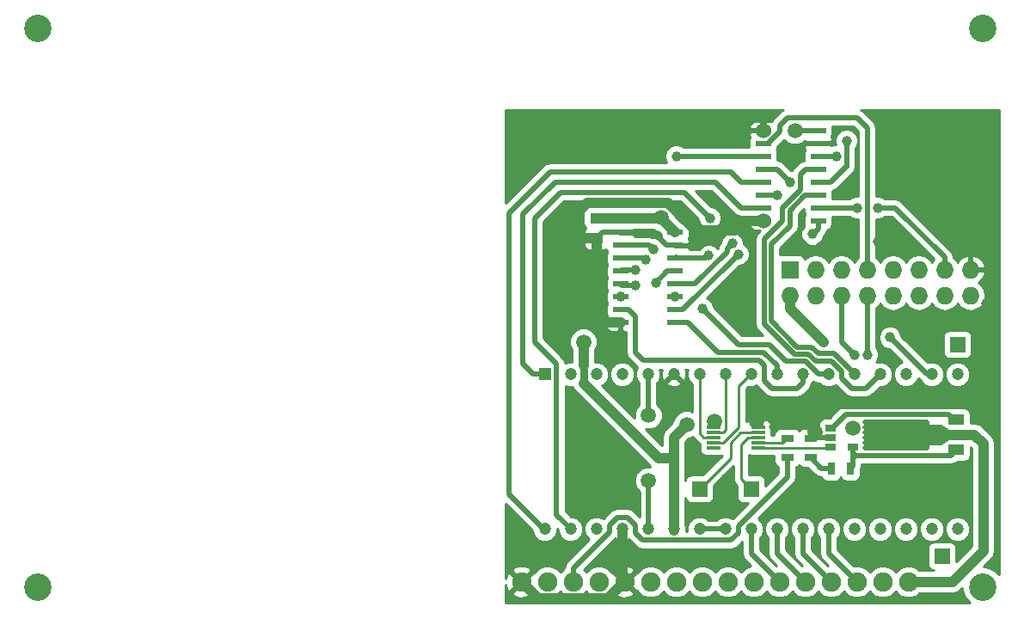
<source format=gtl>
G04 #@! TF.FileFunction,Copper,L1,Top,Signal*
%FSLAX46Y46*%
G04 Gerber Fmt 4.6, Leading zero omitted, Abs format (unit mm)*
G04 Created by KiCad (PCBNEW 4.0.1-3.201512221402+6198~38~ubuntu14.04.1-stable) date Wed 06 Jan 2016 15:47:40 GMT*
%MOMM*%
G01*
G04 APERTURE LIST*
%ADD10C,0.100000*%
%ADD11C,1.200000*%
%ADD12R,1.200000X1.200000*%
%ADD13R,1.524000X1.524000*%
%ADD14R,1.300000X0.700000*%
%ADD15R,0.700000X1.300000*%
%ADD16R,1.400000X0.300000*%
%ADD17R,1.060000X0.650000*%
%ADD18R,1.501140X1.000760*%
%ADD19R,2.999740X1.998980*%
%ADD20R,1.727200X1.727200*%
%ADD21O,1.727200X1.727200*%
%ADD22R,1.250000X1.000000*%
%ADD23R,1.500000X0.600000*%
%ADD24C,1.900000*%
%ADD25C,2.700000*%
%ADD26C,1.024000*%
%ADD27C,1.500000*%
%ADD28C,1.000000*%
%ADD29C,1.024000*%
%ADD30C,0.508000*%
%ADD31C,0.254000*%
%ADD32C,0.762000*%
G04 APERTURE END LIST*
D10*
D11*
X86868000Y-152274000D03*
X89408000Y-152274000D03*
X91948000Y-152274000D03*
X94488000Y-152274000D03*
X97028000Y-152274000D03*
X99568000Y-152274000D03*
X102108000Y-152274000D03*
X104648000Y-152274000D03*
X107188000Y-152274000D03*
X109728000Y-152274000D03*
X112268000Y-152274000D03*
X114808000Y-152274000D03*
X117348000Y-152274000D03*
X119888000Y-152274000D03*
X122428000Y-152274000D03*
X124968000Y-152274000D03*
X127508000Y-152274000D03*
D12*
X86868000Y-137034000D03*
D11*
X89408000Y-137034000D03*
X91948000Y-137034000D03*
X94488000Y-137034000D03*
X97028000Y-137034000D03*
X99568000Y-137034000D03*
X102108000Y-137034000D03*
X104648000Y-137034000D03*
X107188000Y-137034000D03*
X109728000Y-137034000D03*
X112268000Y-137034000D03*
X114808000Y-137034000D03*
X117348000Y-137034000D03*
X119888000Y-137034000D03*
X122428000Y-137034000D03*
X124968000Y-137034000D03*
X127508000Y-137034000D03*
D13*
X127508000Y-134112000D03*
X107188000Y-148336000D03*
X102108000Y-148336000D03*
X125984000Y-154940000D03*
D14*
X110744000Y-145222000D03*
X110744000Y-143322000D03*
D15*
X116962000Y-146304000D03*
X115062000Y-146304000D03*
D14*
X113030000Y-145222000D03*
X113030000Y-143322000D03*
D16*
X103464000Y-142256000D03*
X103464000Y-142756000D03*
X103464000Y-143256000D03*
X103464000Y-143756000D03*
X103464000Y-144256000D03*
X107864000Y-144256000D03*
X107864000Y-143756000D03*
X107864000Y-143256000D03*
X107864000Y-142756000D03*
X107864000Y-142256000D03*
D17*
X114978000Y-142306000D03*
X114978000Y-143256000D03*
X114978000Y-144206000D03*
X117178000Y-144206000D03*
X117178000Y-142306000D03*
D18*
X127411480Y-144503140D03*
X127411480Y-143002000D03*
X127411480Y-141500860D03*
D19*
X124460000Y-143002000D03*
D10*
G36*
X125934470Y-142001240D02*
X126683770Y-142501620D01*
X126683770Y-143502380D01*
X125934470Y-144002760D01*
X125934470Y-142001240D01*
X125934470Y-142001240D01*
G37*
D20*
X110998000Y-126746000D03*
D21*
X110998000Y-129286000D03*
X113538000Y-126746000D03*
X113538000Y-129286000D03*
X116078000Y-126746000D03*
X116078000Y-129286000D03*
X118618000Y-126746000D03*
X118618000Y-129286000D03*
X121158000Y-126746000D03*
X121158000Y-129286000D03*
X123698000Y-126746000D03*
X123698000Y-129286000D03*
X126238000Y-126746000D03*
X126238000Y-129286000D03*
X128778000Y-126746000D03*
X128778000Y-129286000D03*
D22*
X91948000Y-121666000D03*
X91948000Y-123666000D03*
D23*
X108392000Y-113030000D03*
X108392000Y-114300000D03*
X108392000Y-115570000D03*
X108392000Y-116840000D03*
X108392000Y-118110000D03*
X108392000Y-119380000D03*
X108392000Y-120650000D03*
X108392000Y-121920000D03*
X113792000Y-121920000D03*
X113792000Y-120650000D03*
X113792000Y-119380000D03*
X113792000Y-118110000D03*
X113792000Y-116840000D03*
X113792000Y-115570000D03*
X113792000Y-114300000D03*
X113792000Y-113030000D03*
X94328000Y-123063000D03*
X94328000Y-124333000D03*
X94328000Y-125603000D03*
X94328000Y-126873000D03*
X94328000Y-128143000D03*
X94328000Y-129413000D03*
X94328000Y-130683000D03*
X94328000Y-131953000D03*
X99728000Y-131953000D03*
X99728000Y-130683000D03*
X99728000Y-129413000D03*
X99728000Y-128143000D03*
X99728000Y-126873000D03*
X99728000Y-125603000D03*
X99728000Y-124333000D03*
X99728000Y-123063000D03*
D24*
X122682000Y-157480000D03*
X120142000Y-157480000D03*
X117602000Y-157480000D03*
X115062000Y-157480000D03*
X112522000Y-157480000D03*
X109982000Y-157480000D03*
X107442000Y-157480000D03*
X104902000Y-157480000D03*
X102362000Y-157480000D03*
X99822000Y-157480000D03*
X97282000Y-157480000D03*
X94742000Y-157480000D03*
X92202000Y-157480000D03*
X89662000Y-157480000D03*
X87122000Y-157480000D03*
X84582000Y-157480000D03*
D25*
X36982000Y-102980000D03*
X129982000Y-102980000D03*
X129982000Y-157980000D03*
X36982000Y-157980000D03*
D26*
X114300000Y-133858000D03*
D27*
X117178000Y-142306000D03*
D28*
X119634000Y-123952000D03*
X116586000Y-123952000D03*
X115824000Y-149606000D03*
D27*
X92554000Y-131953000D03*
X111506000Y-115046000D03*
X108392000Y-113030000D03*
X108392000Y-121920000D03*
D28*
X107950000Y-146050000D03*
X104648000Y-147320000D03*
X101600000Y-145542000D03*
X126238000Y-147066000D03*
X128016000Y-139954000D03*
X130302000Y-130048000D03*
D27*
X86614000Y-115062000D03*
X113506174Y-142755372D03*
X107744000Y-141655998D03*
X90678000Y-133858000D03*
X98298000Y-121633000D03*
X111506000Y-113046000D03*
X100838000Y-141986000D03*
X103570990Y-141655998D03*
D28*
X117348000Y-135128000D03*
X118618000Y-135128000D03*
D27*
X97093990Y-147508010D03*
X97093990Y-141084726D03*
D28*
X103013452Y-125365452D03*
X103124000Y-121666000D03*
X113228817Y-123221873D03*
X99822000Y-115570000D03*
X99728000Y-129413000D03*
X102362000Y-130556000D03*
X96774000Y-125730000D03*
X120864413Y-133389587D03*
X95758000Y-128270000D03*
X94328000Y-129413000D03*
X105918000Y-125222000D03*
X105330087Y-124175883D03*
X110998000Y-118110000D03*
X95758000Y-126746000D03*
X109728000Y-119380000D03*
X97536000Y-124714000D03*
X117602000Y-120650000D03*
X119634000Y-120650000D03*
X115570000Y-115570000D03*
X116586000Y-114046000D03*
X97790000Y-128016000D03*
D29*
X110998000Y-129286000D02*
X110998000Y-130556000D01*
X110998000Y-130556000D02*
X114300000Y-133858000D01*
D30*
X118364000Y-147066000D02*
X115824000Y-149606000D01*
X126238000Y-147066000D02*
X118364000Y-147066000D01*
X119634000Y-147066000D02*
X117348000Y-149352000D01*
X126238000Y-147066000D02*
X119634000Y-147066000D01*
D29*
X108392000Y-121920000D02*
X106618000Y-121920000D01*
X106618000Y-121920000D02*
X105659999Y-122878001D01*
X105659999Y-122878001D02*
X101706763Y-122878001D01*
X101706763Y-122878001D02*
X98999761Y-120170999D01*
X98999761Y-120170999D02*
X91036399Y-120170999D01*
X91036399Y-120170999D02*
X89916000Y-121291398D01*
X89916000Y-121291398D02*
X89916000Y-123283000D01*
X90299000Y-123666000D02*
X91948000Y-123666000D01*
X89916000Y-123283000D02*
X90299000Y-123666000D01*
X113506174Y-142755372D02*
X113506174Y-141694712D01*
X113506174Y-141694712D02*
X115246886Y-139954000D01*
X115246886Y-139954000D02*
X127308894Y-139954000D01*
X127308894Y-139954000D02*
X128016000Y-139954000D01*
X84582000Y-157480000D02*
X86244001Y-159142001D01*
X93792001Y-158429999D02*
X94742000Y-157480000D01*
X86244001Y-159142001D02*
X93079999Y-159142001D01*
X93079999Y-159142001D02*
X93792001Y-158429999D01*
X94488000Y-152274000D02*
X94488000Y-157226000D01*
X94488000Y-157226000D02*
X94742000Y-157480000D01*
D30*
X99728000Y-124333000D02*
X98820922Y-124333000D01*
X98820922Y-124333000D02*
X97550922Y-123063000D01*
X97550922Y-123063000D02*
X95586000Y-123063000D01*
D29*
X94328000Y-131953000D02*
X92554000Y-131953000D01*
X92554000Y-131953000D02*
X91948000Y-131347000D01*
X91948000Y-131347000D02*
X91948000Y-125190000D01*
X91948000Y-125190000D02*
X91948000Y-123666000D01*
D30*
X94328000Y-123063000D02*
X92551000Y-123063000D01*
X92551000Y-123063000D02*
X91948000Y-123666000D01*
X95586000Y-123063000D02*
X94328000Y-123063000D01*
X111772000Y-115062000D02*
X111522000Y-115062000D01*
X111522000Y-115062000D02*
X111506000Y-115046000D01*
X113792000Y-114300000D02*
X112534000Y-114300000D01*
X112534000Y-114300000D02*
X111772000Y-115062000D01*
X130302000Y-137668000D02*
X128016000Y-139954000D01*
X130302000Y-130048000D02*
X130302000Y-137668000D01*
X113506174Y-142755372D02*
X114006802Y-143256000D01*
X114006802Y-143256000D02*
X114978000Y-143256000D01*
X113506174Y-142755372D02*
X113506174Y-142845826D01*
X113506174Y-142845826D02*
X113030000Y-143322000D01*
X114978000Y-143256000D02*
X113096000Y-143256000D01*
X113096000Y-143256000D02*
X113030000Y-143322000D01*
D31*
X107864000Y-141852000D02*
X107744000Y-141655998D01*
X107744000Y-141732000D02*
X107744000Y-141655998D01*
X107864000Y-142256000D02*
X107864000Y-141852000D01*
D32*
X90678000Y-137922000D02*
X90678000Y-136144000D01*
D29*
X90678000Y-133858000D02*
X90678000Y-136144000D01*
X98044000Y-145288000D02*
X90678000Y-137922000D01*
X99568000Y-145288000D02*
X99568000Y-143256000D01*
X99568000Y-152400000D02*
X99568000Y-145288000D01*
X99568000Y-145288000D02*
X98044000Y-145288000D01*
X98298000Y-121633000D02*
X98331000Y-121666000D01*
X91948000Y-121666000D02*
X98331000Y-121666000D01*
X98331000Y-121666000D02*
X99728000Y-123063000D01*
D30*
X113792000Y-113030000D02*
X111522000Y-113030000D01*
X111522000Y-113030000D02*
X111506000Y-113046000D01*
D29*
X99568000Y-143256000D02*
X100838000Y-141986000D01*
D31*
X103464000Y-141852000D02*
X103570990Y-141655998D01*
X103584000Y-141732000D02*
X103584000Y-141669008D01*
X103584000Y-141669008D02*
X103570990Y-141655998D01*
X103464000Y-142256000D02*
X103464000Y-141852000D01*
D30*
X102108000Y-152274000D02*
X104648000Y-152274000D01*
X114808000Y-152274000D02*
X114808000Y-154686000D01*
X114808000Y-154686000D02*
X117602000Y-157480000D01*
X112268000Y-152274000D02*
X112268000Y-154686000D01*
X112268000Y-154686000D02*
X115062000Y-157480000D01*
X109728000Y-152274000D02*
X109728000Y-154686000D01*
X109728000Y-154686000D02*
X112522000Y-157480000D01*
X107188000Y-152274000D02*
X107188000Y-154686000D01*
X107188000Y-154686000D02*
X109982000Y-157480000D01*
X116078000Y-129286000D02*
X116078000Y-133858000D01*
X116078000Y-133858000D02*
X117348000Y-135128000D01*
D31*
X102108000Y-142854000D02*
X102108000Y-136908000D01*
X103464000Y-143256000D02*
X102510000Y-143256000D01*
X102510000Y-143256000D02*
X102108000Y-142854000D01*
D30*
X118618000Y-135128000D02*
X118618000Y-129286000D01*
D31*
X104648000Y-142526000D02*
X104648000Y-136908000D01*
X103464000Y-142756000D02*
X104418000Y-142756000D01*
X104418000Y-142756000D02*
X104648000Y-142526000D01*
X105918000Y-142256000D02*
X105918000Y-138178000D01*
X105918000Y-138178000D02*
X107188000Y-136908000D01*
X103464000Y-143756000D02*
X104418000Y-143756000D01*
X104418000Y-143756000D02*
X105918000Y-142256000D01*
X106172000Y-147320000D02*
X107188000Y-148336000D01*
X106172000Y-143994000D02*
X106172000Y-147320000D01*
X107864000Y-143256000D02*
X106910000Y-143256000D01*
X106910000Y-143256000D02*
X106172000Y-143994000D01*
X107864000Y-142756000D02*
X106164000Y-142756000D01*
X106164000Y-142756000D02*
X105156000Y-143764000D01*
X105156000Y-143764000D02*
X105156000Y-145288000D01*
X105156000Y-145288000D02*
X102108000Y-148336000D01*
D29*
X130048000Y-143863950D02*
X130048000Y-154432000D01*
X122682000Y-157480000D02*
X127000000Y-157480000D01*
X127000000Y-157480000D02*
X130048000Y-154432000D01*
D30*
X124460000Y-141732000D02*
X118364000Y-141732000D01*
X123698000Y-142240000D02*
X118382001Y-142240000D01*
X124460000Y-143002000D02*
X123698000Y-142240000D01*
X122936000Y-142748000D02*
X118364000Y-142748000D01*
X123190000Y-143002000D02*
X122936000Y-142748000D01*
X122936000Y-143256000D02*
X118364000Y-143256000D01*
X123190000Y-143002000D02*
X122936000Y-143256000D01*
X124460000Y-143002000D02*
X123190000Y-143002000D01*
X122936000Y-143764000D02*
X118364000Y-143764000D01*
X123444000Y-144272000D02*
X122936000Y-143764000D01*
X124460000Y-144272000D02*
X123444000Y-144272000D01*
X124460000Y-144272000D02*
X118364000Y-144272000D01*
X124460000Y-143002000D02*
X124460000Y-144272000D01*
X124460000Y-143002000D02*
X124460000Y-141732000D01*
D29*
X124460000Y-143002000D02*
X124460000Y-143256000D01*
X127411480Y-143002000D02*
X126309120Y-143002000D01*
X127411480Y-143002000D02*
X129186050Y-143002000D01*
X129186050Y-143002000D02*
X130048000Y-143863950D01*
X124460000Y-143002000D02*
X126309120Y-143002000D01*
D30*
X105918000Y-152654000D02*
X105918000Y-151984078D01*
X105918000Y-151984078D02*
X110744000Y-147158078D01*
X110744000Y-147158078D02*
X110744000Y-146080000D01*
X110744000Y-146080000D02*
X110744000Y-145222000D01*
X105205990Y-153366010D02*
X105918000Y-152654000D01*
X95758000Y-152654000D02*
X96470010Y-153366010D01*
X96470010Y-153366010D02*
X105205990Y-153366010D01*
X95758000Y-151892000D02*
X95758000Y-152654000D01*
X94996000Y-151130000D02*
X95758000Y-151892000D01*
X93980000Y-151130000D02*
X94996000Y-151130000D01*
X93218000Y-151892000D02*
X93980000Y-151130000D01*
X93218000Y-152563922D02*
X93218000Y-151892000D01*
X89662000Y-157480000D02*
X89662000Y-156119922D01*
X89662000Y-156119922D02*
X93218000Y-152563922D01*
X117178000Y-145288000D02*
X117178000Y-146088000D01*
X117178000Y-144780000D02*
X117178000Y-145288000D01*
X117178000Y-145288000D02*
X117432000Y-145034000D01*
X126880620Y-145034000D02*
X117432000Y-145034000D01*
X117432000Y-145034000D02*
X117178000Y-144780000D01*
X117178000Y-146088000D02*
X116962000Y-146304000D01*
X117178000Y-144206000D02*
X117178000Y-144780000D01*
X126880620Y-145034000D02*
X127411480Y-144503140D01*
X126630430Y-140970000D02*
X116519000Y-140970000D01*
X116519000Y-140970000D02*
X115183000Y-142306000D01*
X115183000Y-142306000D02*
X114978000Y-142306000D01*
X127411480Y-141500860D02*
X127161290Y-141500860D01*
X127161290Y-141500860D02*
X126630430Y-140970000D01*
D31*
X107864000Y-143756000D02*
X110310000Y-143756000D01*
X110310000Y-143756000D02*
X110744000Y-143322000D01*
D30*
X115062000Y-146304000D02*
X114112000Y-146304000D01*
X114112000Y-146304000D02*
X113030000Y-145222000D01*
D31*
X107864000Y-144256000D02*
X114928000Y-144256000D01*
X114928000Y-144256000D02*
X114978000Y-144206000D01*
D30*
X97093990Y-147508010D02*
X97093990Y-152208010D01*
X97093990Y-152208010D02*
X97028000Y-152274000D01*
X97028000Y-140970000D02*
X97028000Y-141018736D01*
X97028000Y-141018736D02*
X97093990Y-141084726D01*
X97028000Y-137034000D02*
X97028000Y-140970000D01*
X97028000Y-140970000D02*
X97028000Y-136908000D01*
X102743000Y-125603000D02*
X102980548Y-125365452D01*
X102980548Y-125365452D02*
X103013452Y-125365452D01*
X99728000Y-125603000D02*
X102743000Y-125603000D01*
X99855000Y-125476000D02*
X99728000Y-125603000D01*
X105156000Y-117094000D02*
X87376000Y-117094000D01*
X87376000Y-117094000D02*
X83312000Y-121158000D01*
X106172000Y-118110000D02*
X108392000Y-118110000D01*
X106172000Y-118110000D02*
X105156000Y-117094000D01*
X83312000Y-121158000D02*
X83312000Y-148844000D01*
X83312000Y-148844000D02*
X86868000Y-152400000D01*
X100584000Y-119126000D02*
X88392000Y-119126000D01*
X88392000Y-119126000D02*
X85852000Y-121666000D01*
X103124000Y-121666000D02*
X100584000Y-119126000D01*
X88010000Y-136016000D02*
X85852000Y-133858000D01*
X85852000Y-133858000D02*
X85852000Y-121666000D01*
X113330000Y-123190000D02*
X113260690Y-123190000D01*
X113260690Y-123190000D02*
X113228817Y-123221873D01*
X113792000Y-121920000D02*
X113792000Y-122728000D01*
X113792000Y-122728000D02*
X113330000Y-123190000D01*
X89408000Y-152274000D02*
X88010000Y-150876000D01*
X88010000Y-150876000D02*
X88010000Y-136016000D01*
X103632000Y-118110000D02*
X87884000Y-118110000D01*
X87884000Y-118110000D02*
X84728020Y-121265980D01*
X106172000Y-120650000D02*
X103632000Y-118110000D01*
X84728020Y-121265980D02*
X84728020Y-136002020D01*
X108392000Y-120650000D02*
X106172000Y-120650000D01*
X86868000Y-137034000D02*
X85760000Y-137034000D01*
X85760000Y-137034000D02*
X84728020Y-136002020D01*
X108392000Y-115570000D02*
X99822000Y-115570000D01*
X108416528Y-134874000D02*
X103907000Y-134874000D01*
X103907000Y-134874000D02*
X100986000Y-131953000D01*
X100986000Y-131953000D02*
X99728000Y-131953000D01*
X109728000Y-137034000D02*
X109728000Y-136185472D01*
X109728000Y-136185472D02*
X108416528Y-134874000D01*
X94328000Y-130683000D02*
X95123000Y-130683000D01*
X95758000Y-134874000D02*
X96583501Y-135699501D01*
X95123000Y-130683000D02*
X95758000Y-131318000D01*
X96583501Y-135699501D02*
X108013501Y-135699501D01*
X108458000Y-136144000D02*
X108458000Y-137668000D01*
X95758000Y-131318000D02*
X95758000Y-134874000D01*
X108013501Y-135699501D02*
X108458000Y-136144000D01*
X108458000Y-137668000D02*
X109220000Y-138430000D01*
X109220000Y-138430000D02*
X111720528Y-138430000D01*
X111720528Y-138430000D02*
X112268000Y-137882528D01*
X112268000Y-137882528D02*
X112268000Y-137034000D01*
X102362000Y-130556000D02*
X105918000Y-134112000D01*
X108966000Y-134112000D02*
X110618000Y-135764000D01*
X105918000Y-134112000D02*
X108966000Y-134112000D01*
X110618000Y-135764000D02*
X112557922Y-135764000D01*
X112557922Y-135764000D02*
X113827922Y-137034000D01*
X113827922Y-137034000D02*
X114808000Y-137034000D01*
X111741980Y-134347980D02*
X113144455Y-134347980D01*
X113144455Y-134347980D02*
X113798475Y-135002000D01*
X115316000Y-135002000D02*
X117348000Y-137034000D01*
X113798475Y-135002000D02*
X115316000Y-135002000D01*
X113792000Y-119380000D02*
X112507277Y-119380000D01*
X112507277Y-119380000D02*
X110998000Y-120889277D01*
X110998000Y-120889277D02*
X110998000Y-122428000D01*
X110998000Y-122428000D02*
X109166010Y-124259990D01*
X109166010Y-124259990D02*
X109166010Y-131772010D01*
X109166010Y-131772010D02*
X111741980Y-134347980D01*
X117094000Y-138430000D02*
X116078000Y-137414000D01*
X116078000Y-137414000D02*
X116078000Y-136765276D01*
X116078000Y-136765276D02*
X115062000Y-135749276D01*
X119888000Y-137034000D02*
X118492000Y-138430000D01*
X112534000Y-116840000D02*
X113792000Y-116840000D01*
X118492000Y-138430000D02*
X117094000Y-138430000D01*
X113544474Y-135749276D02*
X112851188Y-135055990D01*
X110236000Y-121943202D02*
X110236000Y-120650000D01*
X115062000Y-135749276D02*
X113544474Y-135749276D01*
X112851188Y-135055990D02*
X111433990Y-135055990D01*
X111433990Y-135055990D02*
X108458000Y-132080000D01*
X108458000Y-132080000D02*
X108458000Y-123721202D01*
X108458000Y-123721202D02*
X110236000Y-121943202D01*
X110236000Y-120650000D02*
X112014000Y-118872000D01*
X112014000Y-118872000D02*
X112014000Y-117360000D01*
X112014000Y-117360000D02*
X112534000Y-116840000D01*
X94328000Y-125603000D02*
X96647000Y-125603000D01*
X96647000Y-125603000D02*
X96774000Y-125730000D01*
X120864413Y-133389587D02*
X124508826Y-137034000D01*
X124508826Y-137034000D02*
X124968000Y-137034000D01*
X95758000Y-128270000D02*
X94455000Y-128270000D01*
X94455000Y-128270000D02*
X94328000Y-128143000D01*
X99728000Y-130683000D02*
X100457000Y-130683000D01*
X100457000Y-130683000D02*
X105418001Y-125721999D01*
X105418001Y-125721999D02*
X105918000Y-125222000D01*
X99728000Y-128143000D02*
X101647826Y-128143000D01*
X101647826Y-128143000D02*
X104830088Y-124960738D01*
X104830088Y-124960738D02*
X104830088Y-124675882D01*
X104830088Y-124675882D02*
X105330087Y-124175883D01*
X109982000Y-112522000D02*
X110744000Y-111760000D01*
X110744000Y-111760000D02*
X117602000Y-111760000D01*
X109982000Y-113160000D02*
X109982000Y-112522000D01*
X108842000Y-114300000D02*
X109982000Y-113160000D01*
X108392000Y-114300000D02*
X108842000Y-114300000D01*
X118618000Y-112776000D02*
X117602000Y-111760000D01*
X118618000Y-126746000D02*
X118618000Y-112776000D01*
X109728000Y-116840000D02*
X108392000Y-116840000D01*
X110998000Y-118110000D02*
X109728000Y-116840000D01*
X95758000Y-126746000D02*
X94455000Y-126746000D01*
X94455000Y-126746000D02*
X94328000Y-126873000D01*
X108392000Y-119380000D02*
X109728000Y-119380000D01*
X94328000Y-124333000D02*
X97155000Y-124333000D01*
X97155000Y-124333000D02*
X97536000Y-124714000D01*
X113792000Y-120650000D02*
X117602000Y-120650000D01*
X117475000Y-120523000D02*
X117602000Y-120650000D01*
X121363314Y-120650000D02*
X119634000Y-120650000D01*
X126238000Y-126746000D02*
X126238000Y-125524686D01*
X126238000Y-125524686D02*
X121363314Y-120650000D01*
X115570000Y-115570000D02*
X113792000Y-115570000D01*
X113792000Y-118110000D02*
X115050000Y-118110000D01*
X115050000Y-118110000D02*
X116574000Y-116586000D01*
X116574000Y-116586000D02*
X116586000Y-116586000D01*
X116586000Y-114046000D02*
X116586000Y-116586000D01*
X99728000Y-126873000D02*
X98933000Y-126873000D01*
X98933000Y-126873000D02*
X97790000Y-128016000D01*
D31*
G36*
X89161266Y-138268785D02*
X89600056Y-138269168D01*
X89618310Y-138360938D01*
X89866949Y-138733051D01*
X97232948Y-146099051D01*
X97269033Y-146123162D01*
X96819705Y-146122770D01*
X96310475Y-146333179D01*
X95920529Y-146722446D01*
X95709231Y-147231308D01*
X95708750Y-147782295D01*
X95919159Y-148291525D01*
X96204990Y-148577855D01*
X96204990Y-151081754D01*
X95624618Y-150501382D01*
X95336206Y-150308671D01*
X94996000Y-150241000D01*
X93980000Y-150241000D01*
X93639794Y-150308671D01*
X93351382Y-150501382D01*
X92631986Y-151220778D01*
X92194734Y-151039215D01*
X91703421Y-151038786D01*
X91249343Y-151226408D01*
X90901629Y-151573515D01*
X90713215Y-152027266D01*
X90712786Y-152518579D01*
X90900408Y-152972657D01*
X91225934Y-153298752D01*
X89033382Y-155491304D01*
X88840671Y-155779716D01*
X88773000Y-156119922D01*
X88773000Y-156132355D01*
X88765343Y-156135519D01*
X88391739Y-156508471D01*
X88021003Y-156137086D01*
X87438659Y-155895276D01*
X86808107Y-155894725D01*
X86225343Y-156135519D01*
X85785884Y-156574211D01*
X85698350Y-156543255D01*
X84761605Y-157480000D01*
X85698350Y-158416745D01*
X85786439Y-158385593D01*
X86222997Y-158822914D01*
X86805341Y-159064724D01*
X87435893Y-159065275D01*
X88018657Y-158824481D01*
X88392261Y-158451529D01*
X88762997Y-158822914D01*
X89345341Y-159064724D01*
X89975893Y-159065275D01*
X90558657Y-158824481D01*
X90932261Y-158451529D01*
X91302997Y-158822914D01*
X91885341Y-159064724D01*
X92515893Y-159065275D01*
X93098657Y-158824481D01*
X93327186Y-158596350D01*
X93805255Y-158596350D01*
X93897792Y-158858019D01*
X94489398Y-159076188D01*
X95119461Y-159051352D01*
X95586208Y-158858019D01*
X95678745Y-158596350D01*
X94742000Y-157659605D01*
X93805255Y-158596350D01*
X93327186Y-158596350D01*
X93538116Y-158385789D01*
X93625650Y-158416745D01*
X94562395Y-157480000D01*
X93625650Y-156543255D01*
X93537561Y-156574407D01*
X93327172Y-156363650D01*
X93805255Y-156363650D01*
X94742000Y-157300395D01*
X95678745Y-156363650D01*
X95586208Y-156101981D01*
X94994602Y-155883812D01*
X94364539Y-155908648D01*
X93897792Y-156101981D01*
X93805255Y-156363650D01*
X93327172Y-156363650D01*
X93101003Y-156137086D01*
X92518659Y-155895276D01*
X91888107Y-155894725D01*
X91305343Y-156135519D01*
X90931739Y-156508471D01*
X90731389Y-156307769D01*
X93822438Y-153216720D01*
X93854383Y-153362164D01*
X94319036Y-153521807D01*
X94809413Y-153491482D01*
X95121617Y-153362164D01*
X95137340Y-153290576D01*
X95841392Y-153994628D01*
X96129804Y-154187339D01*
X96470010Y-154255010D01*
X105205990Y-154255010D01*
X105546196Y-154187339D01*
X105834608Y-153994628D01*
X106299000Y-153530236D01*
X106299000Y-154686000D01*
X106366671Y-155026206D01*
X106548674Y-155298593D01*
X106559382Y-155314618D01*
X107139499Y-155894735D01*
X107128107Y-155894725D01*
X106545343Y-156135519D01*
X106171739Y-156508471D01*
X105801003Y-156137086D01*
X105218659Y-155895276D01*
X104588107Y-155894725D01*
X104005343Y-156135519D01*
X103631739Y-156508471D01*
X103261003Y-156137086D01*
X102678659Y-155895276D01*
X102048107Y-155894725D01*
X101465343Y-156135519D01*
X101091739Y-156508471D01*
X100721003Y-156137086D01*
X100138659Y-155895276D01*
X99508107Y-155894725D01*
X98925343Y-156135519D01*
X98551739Y-156508471D01*
X98181003Y-156137086D01*
X97598659Y-155895276D01*
X96968107Y-155894725D01*
X96385343Y-156135519D01*
X95945884Y-156574211D01*
X95858350Y-156543255D01*
X94921605Y-157480000D01*
X95858350Y-158416745D01*
X95946439Y-158385593D01*
X96382997Y-158822914D01*
X96965341Y-159064724D01*
X97595893Y-159065275D01*
X98178657Y-158824481D01*
X98552261Y-158451529D01*
X98922997Y-158822914D01*
X99505341Y-159064724D01*
X100135893Y-159065275D01*
X100718657Y-158824481D01*
X101092261Y-158451529D01*
X101462997Y-158822914D01*
X102045341Y-159064724D01*
X102675893Y-159065275D01*
X103258657Y-158824481D01*
X103632261Y-158451529D01*
X104002997Y-158822914D01*
X104585341Y-159064724D01*
X105215893Y-159065275D01*
X105798657Y-158824481D01*
X106172261Y-158451529D01*
X106542997Y-158822914D01*
X107125341Y-159064724D01*
X107755893Y-159065275D01*
X108338657Y-158824481D01*
X108712261Y-158451529D01*
X109082997Y-158822914D01*
X109665341Y-159064724D01*
X110295893Y-159065275D01*
X110878657Y-158824481D01*
X111252261Y-158451529D01*
X111622997Y-158822914D01*
X112205341Y-159064724D01*
X112835893Y-159065275D01*
X113418657Y-158824481D01*
X113792261Y-158451529D01*
X114162997Y-158822914D01*
X114745341Y-159064724D01*
X115375893Y-159065275D01*
X115958657Y-158824481D01*
X116332261Y-158451529D01*
X116702997Y-158822914D01*
X117285341Y-159064724D01*
X117915893Y-159065275D01*
X118498657Y-158824481D01*
X118872261Y-158451529D01*
X119242997Y-158822914D01*
X119825341Y-159064724D01*
X120455893Y-159065275D01*
X121038657Y-158824481D01*
X121412261Y-158451529D01*
X121782997Y-158822914D01*
X122365341Y-159064724D01*
X122995893Y-159065275D01*
X123578657Y-158824481D01*
X123776483Y-158627000D01*
X127000000Y-158627000D01*
X127438938Y-158539690D01*
X127811051Y-158291051D01*
X127996891Y-158105211D01*
X127996657Y-158373109D01*
X128298218Y-159102943D01*
X128758471Y-159564000D01*
X83006000Y-159564000D01*
X83006000Y-158596350D01*
X83645255Y-158596350D01*
X83737792Y-158858019D01*
X84329398Y-159076188D01*
X84959461Y-159051352D01*
X85426208Y-158858019D01*
X85518745Y-158596350D01*
X84582000Y-157659605D01*
X83645255Y-158596350D01*
X83006000Y-158596350D01*
X83006000Y-157739546D01*
X83010648Y-157857461D01*
X83203981Y-158324208D01*
X83465650Y-158416745D01*
X84402395Y-157480000D01*
X83465650Y-156543255D01*
X83203981Y-156635792D01*
X83006000Y-157172654D01*
X83006000Y-156363650D01*
X83645255Y-156363650D01*
X84582000Y-157300395D01*
X85518745Y-156363650D01*
X85426208Y-156101981D01*
X84834602Y-155883812D01*
X84204539Y-155908648D01*
X83737792Y-156101981D01*
X83645255Y-156363650D01*
X83006000Y-156363650D01*
X83006000Y-149795236D01*
X85632870Y-152422106D01*
X85632786Y-152518579D01*
X85820408Y-152972657D01*
X86167515Y-153320371D01*
X86621266Y-153508785D01*
X87112579Y-153509214D01*
X87566657Y-153321592D01*
X87914371Y-152974485D01*
X88102785Y-152520734D01*
X88103042Y-152226278D01*
X88172980Y-152296216D01*
X88172786Y-152518579D01*
X88360408Y-152972657D01*
X88707515Y-153320371D01*
X89161266Y-153508785D01*
X89652579Y-153509214D01*
X90106657Y-153321592D01*
X90454371Y-152974485D01*
X90642785Y-152520734D01*
X90643214Y-152029421D01*
X90455592Y-151575343D01*
X90108485Y-151227629D01*
X89654734Y-151039215D01*
X89430255Y-151039019D01*
X88899000Y-150507764D01*
X88899000Y-138159883D01*
X89161266Y-138268785D01*
X89161266Y-138268785D01*
G37*
X89161266Y-138268785D02*
X89600056Y-138269168D01*
X89618310Y-138360938D01*
X89866949Y-138733051D01*
X97232948Y-146099051D01*
X97269033Y-146123162D01*
X96819705Y-146122770D01*
X96310475Y-146333179D01*
X95920529Y-146722446D01*
X95709231Y-147231308D01*
X95708750Y-147782295D01*
X95919159Y-148291525D01*
X96204990Y-148577855D01*
X96204990Y-151081754D01*
X95624618Y-150501382D01*
X95336206Y-150308671D01*
X94996000Y-150241000D01*
X93980000Y-150241000D01*
X93639794Y-150308671D01*
X93351382Y-150501382D01*
X92631986Y-151220778D01*
X92194734Y-151039215D01*
X91703421Y-151038786D01*
X91249343Y-151226408D01*
X90901629Y-151573515D01*
X90713215Y-152027266D01*
X90712786Y-152518579D01*
X90900408Y-152972657D01*
X91225934Y-153298752D01*
X89033382Y-155491304D01*
X88840671Y-155779716D01*
X88773000Y-156119922D01*
X88773000Y-156132355D01*
X88765343Y-156135519D01*
X88391739Y-156508471D01*
X88021003Y-156137086D01*
X87438659Y-155895276D01*
X86808107Y-155894725D01*
X86225343Y-156135519D01*
X85785884Y-156574211D01*
X85698350Y-156543255D01*
X84761605Y-157480000D01*
X85698350Y-158416745D01*
X85786439Y-158385593D01*
X86222997Y-158822914D01*
X86805341Y-159064724D01*
X87435893Y-159065275D01*
X88018657Y-158824481D01*
X88392261Y-158451529D01*
X88762997Y-158822914D01*
X89345341Y-159064724D01*
X89975893Y-159065275D01*
X90558657Y-158824481D01*
X90932261Y-158451529D01*
X91302997Y-158822914D01*
X91885341Y-159064724D01*
X92515893Y-159065275D01*
X93098657Y-158824481D01*
X93327186Y-158596350D01*
X93805255Y-158596350D01*
X93897792Y-158858019D01*
X94489398Y-159076188D01*
X95119461Y-159051352D01*
X95586208Y-158858019D01*
X95678745Y-158596350D01*
X94742000Y-157659605D01*
X93805255Y-158596350D01*
X93327186Y-158596350D01*
X93538116Y-158385789D01*
X93625650Y-158416745D01*
X94562395Y-157480000D01*
X93625650Y-156543255D01*
X93537561Y-156574407D01*
X93327172Y-156363650D01*
X93805255Y-156363650D01*
X94742000Y-157300395D01*
X95678745Y-156363650D01*
X95586208Y-156101981D01*
X94994602Y-155883812D01*
X94364539Y-155908648D01*
X93897792Y-156101981D01*
X93805255Y-156363650D01*
X93327172Y-156363650D01*
X93101003Y-156137086D01*
X92518659Y-155895276D01*
X91888107Y-155894725D01*
X91305343Y-156135519D01*
X90931739Y-156508471D01*
X90731389Y-156307769D01*
X93822438Y-153216720D01*
X93854383Y-153362164D01*
X94319036Y-153521807D01*
X94809413Y-153491482D01*
X95121617Y-153362164D01*
X95137340Y-153290576D01*
X95841392Y-153994628D01*
X96129804Y-154187339D01*
X96470010Y-154255010D01*
X105205990Y-154255010D01*
X105546196Y-154187339D01*
X105834608Y-153994628D01*
X106299000Y-153530236D01*
X106299000Y-154686000D01*
X106366671Y-155026206D01*
X106548674Y-155298593D01*
X106559382Y-155314618D01*
X107139499Y-155894735D01*
X107128107Y-155894725D01*
X106545343Y-156135519D01*
X106171739Y-156508471D01*
X105801003Y-156137086D01*
X105218659Y-155895276D01*
X104588107Y-155894725D01*
X104005343Y-156135519D01*
X103631739Y-156508471D01*
X103261003Y-156137086D01*
X102678659Y-155895276D01*
X102048107Y-155894725D01*
X101465343Y-156135519D01*
X101091739Y-156508471D01*
X100721003Y-156137086D01*
X100138659Y-155895276D01*
X99508107Y-155894725D01*
X98925343Y-156135519D01*
X98551739Y-156508471D01*
X98181003Y-156137086D01*
X97598659Y-155895276D01*
X96968107Y-155894725D01*
X96385343Y-156135519D01*
X95945884Y-156574211D01*
X95858350Y-156543255D01*
X94921605Y-157480000D01*
X95858350Y-158416745D01*
X95946439Y-158385593D01*
X96382997Y-158822914D01*
X96965341Y-159064724D01*
X97595893Y-159065275D01*
X98178657Y-158824481D01*
X98552261Y-158451529D01*
X98922997Y-158822914D01*
X99505341Y-159064724D01*
X100135893Y-159065275D01*
X100718657Y-158824481D01*
X101092261Y-158451529D01*
X101462997Y-158822914D01*
X102045341Y-159064724D01*
X102675893Y-159065275D01*
X103258657Y-158824481D01*
X103632261Y-158451529D01*
X104002997Y-158822914D01*
X104585341Y-159064724D01*
X105215893Y-159065275D01*
X105798657Y-158824481D01*
X106172261Y-158451529D01*
X106542997Y-158822914D01*
X107125341Y-159064724D01*
X107755893Y-159065275D01*
X108338657Y-158824481D01*
X108712261Y-158451529D01*
X109082997Y-158822914D01*
X109665341Y-159064724D01*
X110295893Y-159065275D01*
X110878657Y-158824481D01*
X111252261Y-158451529D01*
X111622997Y-158822914D01*
X112205341Y-159064724D01*
X112835893Y-159065275D01*
X113418657Y-158824481D01*
X113792261Y-158451529D01*
X114162997Y-158822914D01*
X114745341Y-159064724D01*
X115375893Y-159065275D01*
X115958657Y-158824481D01*
X116332261Y-158451529D01*
X116702997Y-158822914D01*
X117285341Y-159064724D01*
X117915893Y-159065275D01*
X118498657Y-158824481D01*
X118872261Y-158451529D01*
X119242997Y-158822914D01*
X119825341Y-159064724D01*
X120455893Y-159065275D01*
X121038657Y-158824481D01*
X121412261Y-158451529D01*
X121782997Y-158822914D01*
X122365341Y-159064724D01*
X122995893Y-159065275D01*
X123578657Y-158824481D01*
X123776483Y-158627000D01*
X127000000Y-158627000D01*
X127438938Y-158539690D01*
X127811051Y-158291051D01*
X127996891Y-158105211D01*
X127996657Y-158373109D01*
X128298218Y-159102943D01*
X128758471Y-159564000D01*
X83006000Y-159564000D01*
X83006000Y-158596350D01*
X83645255Y-158596350D01*
X83737792Y-158858019D01*
X84329398Y-159076188D01*
X84959461Y-159051352D01*
X85426208Y-158858019D01*
X85518745Y-158596350D01*
X84582000Y-157659605D01*
X83645255Y-158596350D01*
X83006000Y-158596350D01*
X83006000Y-157739546D01*
X83010648Y-157857461D01*
X83203981Y-158324208D01*
X83465650Y-158416745D01*
X84402395Y-157480000D01*
X83465650Y-156543255D01*
X83203981Y-156635792D01*
X83006000Y-157172654D01*
X83006000Y-156363650D01*
X83645255Y-156363650D01*
X84582000Y-157300395D01*
X85518745Y-156363650D01*
X85426208Y-156101981D01*
X84834602Y-155883812D01*
X84204539Y-155908648D01*
X83737792Y-156101981D01*
X83645255Y-156363650D01*
X83006000Y-156363650D01*
X83006000Y-149795236D01*
X85632870Y-152422106D01*
X85632786Y-152518579D01*
X85820408Y-152972657D01*
X86167515Y-153320371D01*
X86621266Y-153508785D01*
X87112579Y-153509214D01*
X87566657Y-153321592D01*
X87914371Y-152974485D01*
X88102785Y-152520734D01*
X88103042Y-152226278D01*
X88172980Y-152296216D01*
X88172786Y-152518579D01*
X88360408Y-152972657D01*
X88707515Y-153320371D01*
X89161266Y-153508785D01*
X89652579Y-153509214D01*
X90106657Y-153321592D01*
X90454371Y-152974485D01*
X90642785Y-152520734D01*
X90643214Y-152029421D01*
X90455592Y-151575343D01*
X90108485Y-151227629D01*
X89654734Y-151039215D01*
X89430255Y-151039019D01*
X88899000Y-150507764D01*
X88899000Y-138159883D01*
X89161266Y-138268785D01*
G36*
X131586000Y-156777136D02*
X131107880Y-156298181D01*
X130378573Y-155995346D01*
X130106994Y-155995109D01*
X130859052Y-155243051D01*
X131107690Y-154870938D01*
X131144476Y-154686000D01*
X131195000Y-154432000D01*
X131195000Y-143863950D01*
X131107690Y-143425012D01*
X131038859Y-143322000D01*
X130859051Y-143052898D01*
X129997101Y-142190949D01*
X129624988Y-141942310D01*
X129576675Y-141932700D01*
X129186050Y-141855000D01*
X128809490Y-141855000D01*
X128809490Y-141000480D01*
X128765212Y-140765163D01*
X128626140Y-140549039D01*
X128413940Y-140404049D01*
X128162050Y-140353040D01*
X127270706Y-140353040D01*
X127259048Y-140341382D01*
X127195861Y-140299162D01*
X126970636Y-140148671D01*
X126630430Y-140081000D01*
X116519000Y-140081000D01*
X116178794Y-140148671D01*
X115890382Y-140341382D01*
X114898204Y-141333560D01*
X114448000Y-141333560D01*
X114212683Y-141377838D01*
X113996559Y-141516910D01*
X113851569Y-141729110D01*
X113800560Y-141981000D01*
X113800560Y-142337000D01*
X113315750Y-142337000D01*
X113157000Y-142495750D01*
X113157000Y-143195000D01*
X113177000Y-143195000D01*
X113177000Y-143449000D01*
X113157000Y-143449000D01*
X113157000Y-143469000D01*
X112903000Y-143469000D01*
X112903000Y-143449000D01*
X112883000Y-143449000D01*
X112883000Y-143195000D01*
X112903000Y-143195000D01*
X112903000Y-142495750D01*
X112744250Y-142337000D01*
X112253690Y-142337000D01*
X112020301Y-142433673D01*
X111887583Y-142566392D01*
X111858090Y-142520559D01*
X111645890Y-142375569D01*
X111394000Y-142324560D01*
X110094000Y-142324560D01*
X109858683Y-142368838D01*
X109642559Y-142507910D01*
X109497569Y-142720110D01*
X109446560Y-142972000D01*
X109446560Y-142994000D01*
X109193620Y-142994000D01*
X109211440Y-142906000D01*
X109211440Y-142606000D01*
X109198020Y-142534677D01*
X109199000Y-142532310D01*
X109199000Y-142489750D01*
X109187379Y-142478129D01*
X109167162Y-142370683D01*
X109043204Y-142178046D01*
X109199000Y-142022250D01*
X109199000Y-141979690D01*
X109102327Y-141746301D01*
X108923698Y-141567673D01*
X108690309Y-141471000D01*
X108149750Y-141471000D01*
X107991000Y-141629750D01*
X107991000Y-141958560D01*
X107737000Y-141958560D01*
X107737000Y-141629750D01*
X107578250Y-141471000D01*
X107037691Y-141471000D01*
X106804302Y-141567673D01*
X106680000Y-141691974D01*
X106680000Y-138493630D01*
X106915531Y-138258099D01*
X106941266Y-138268785D01*
X107432579Y-138269214D01*
X107729183Y-138146659D01*
X107750124Y-138178000D01*
X107829382Y-138296618D01*
X108591382Y-139058618D01*
X108879794Y-139251329D01*
X109220000Y-139319000D01*
X111720528Y-139319000D01*
X112060734Y-139251329D01*
X112349146Y-139058618D01*
X112896618Y-138511146D01*
X113089329Y-138222734D01*
X113154753Y-137893824D01*
X113311360Y-137737491D01*
X113487716Y-137855329D01*
X113827922Y-137923000D01*
X113950419Y-137923000D01*
X114107515Y-138080371D01*
X114561266Y-138268785D01*
X115052579Y-138269214D01*
X115493707Y-138086943D01*
X116465382Y-139058618D01*
X116753794Y-139251329D01*
X117094000Y-139319000D01*
X118492000Y-139319000D01*
X118832206Y-139251329D01*
X119120618Y-139058618D01*
X119910216Y-138269020D01*
X120132579Y-138269214D01*
X120586657Y-138081592D01*
X120934371Y-137734485D01*
X121122785Y-137280734D01*
X121123214Y-136789421D01*
X120935592Y-136335343D01*
X120588485Y-135987629D01*
X120134734Y-135799215D01*
X119643421Y-135798786D01*
X119488419Y-135862832D01*
X119579645Y-135771765D01*
X119752803Y-135354756D01*
X119753197Y-134903225D01*
X119580767Y-134485914D01*
X119507000Y-134412018D01*
X119507000Y-133614362D01*
X119729216Y-133614362D01*
X119901646Y-134031673D01*
X120220648Y-134351232D01*
X120637657Y-134524390D01*
X120742071Y-134524481D01*
X122065217Y-135847627D01*
X121729343Y-135986408D01*
X121381629Y-136333515D01*
X121193215Y-136787266D01*
X121192786Y-137278579D01*
X121380408Y-137732657D01*
X121727515Y-138080371D01*
X122181266Y-138268785D01*
X122672579Y-138269214D01*
X123126657Y-138081592D01*
X123474371Y-137734485D01*
X123614531Y-137396941D01*
X123880208Y-137662618D01*
X123895763Y-137673011D01*
X123920408Y-137732657D01*
X124267515Y-138080371D01*
X124721266Y-138268785D01*
X125212579Y-138269214D01*
X125666657Y-138081592D01*
X126014371Y-137734485D01*
X126202785Y-137280734D01*
X126202786Y-137278579D01*
X126272786Y-137278579D01*
X126460408Y-137732657D01*
X126807515Y-138080371D01*
X127261266Y-138268785D01*
X127752579Y-138269214D01*
X128206657Y-138081592D01*
X128554371Y-137734485D01*
X128742785Y-137280734D01*
X128743214Y-136789421D01*
X128555592Y-136335343D01*
X128208485Y-135987629D01*
X127754734Y-135799215D01*
X127263421Y-135798786D01*
X126809343Y-135986408D01*
X126461629Y-136333515D01*
X126273215Y-136787266D01*
X126272786Y-137278579D01*
X126202786Y-137278579D01*
X126203214Y-136789421D01*
X126015592Y-136335343D01*
X125668485Y-135987629D01*
X125214734Y-135799215D01*
X124723421Y-135798786D01*
X124587153Y-135855091D01*
X122082062Y-133350000D01*
X126098560Y-133350000D01*
X126098560Y-134874000D01*
X126142838Y-135109317D01*
X126281910Y-135325441D01*
X126494110Y-135470431D01*
X126746000Y-135521440D01*
X128270000Y-135521440D01*
X128505317Y-135477162D01*
X128721441Y-135338090D01*
X128866431Y-135125890D01*
X128917440Y-134874000D01*
X128917440Y-133350000D01*
X128873162Y-133114683D01*
X128734090Y-132898559D01*
X128521890Y-132753569D01*
X128270000Y-132702560D01*
X126746000Y-132702560D01*
X126510683Y-132746838D01*
X126294559Y-132885910D01*
X126149569Y-133098110D01*
X126098560Y-133350000D01*
X122082062Y-133350000D01*
X121999520Y-133267458D01*
X121999610Y-133164812D01*
X121827180Y-132747501D01*
X121508178Y-132427942D01*
X121091169Y-132254784D01*
X120639638Y-132254390D01*
X120222327Y-132426820D01*
X119902768Y-132745822D01*
X119729610Y-133162831D01*
X119729216Y-133614362D01*
X119507000Y-133614362D01*
X119507000Y-130489067D01*
X119677670Y-130375029D01*
X119888000Y-130060248D01*
X120098330Y-130375029D01*
X120584511Y-130699885D01*
X121158000Y-130813959D01*
X121731489Y-130699885D01*
X122217670Y-130375029D01*
X122428000Y-130060248D01*
X122638330Y-130375029D01*
X123124511Y-130699885D01*
X123698000Y-130813959D01*
X124271489Y-130699885D01*
X124757670Y-130375029D01*
X124968000Y-130060248D01*
X125178330Y-130375029D01*
X125664511Y-130699885D01*
X126238000Y-130813959D01*
X126811489Y-130699885D01*
X127297670Y-130375029D01*
X127508000Y-130060248D01*
X127718330Y-130375029D01*
X128204511Y-130699885D01*
X128778000Y-130813959D01*
X129351489Y-130699885D01*
X129837670Y-130375029D01*
X130162526Y-129888848D01*
X130276600Y-129315359D01*
X130276600Y-129256641D01*
X130162526Y-128683152D01*
X129837670Y-128196971D01*
X129566839Y-128016008D01*
X129984821Y-127634490D01*
X130232968Y-127105027D01*
X130112469Y-126873000D01*
X128905000Y-126873000D01*
X128905000Y-126893000D01*
X128651000Y-126893000D01*
X128651000Y-126873000D01*
X128631000Y-126873000D01*
X128631000Y-126619000D01*
X128651000Y-126619000D01*
X128651000Y-125412183D01*
X128905000Y-125412183D01*
X128905000Y-126619000D01*
X130112469Y-126619000D01*
X130232968Y-126386973D01*
X129984821Y-125857510D01*
X129552947Y-125463312D01*
X129137026Y-125291042D01*
X128905000Y-125412183D01*
X128651000Y-125412183D01*
X128418974Y-125291042D01*
X128003053Y-125463312D01*
X127571179Y-125857510D01*
X127513664Y-125980228D01*
X127297670Y-125656971D01*
X127127000Y-125542933D01*
X127127000Y-125524686D01*
X127059329Y-125184480D01*
X126866618Y-124896068D01*
X121991932Y-120021382D01*
X121881104Y-119947329D01*
X121703520Y-119828671D01*
X121363314Y-119761000D01*
X120350283Y-119761000D01*
X120277765Y-119688355D01*
X119860756Y-119515197D01*
X119507000Y-119514888D01*
X119507000Y-112776000D01*
X119439329Y-112435794D01*
X119246618Y-112147382D01*
X118230618Y-111131382D01*
X118010046Y-110984000D01*
X131586000Y-110984000D01*
X131586000Y-156777136D01*
X131586000Y-156777136D01*
G37*
X131586000Y-156777136D02*
X131107880Y-156298181D01*
X130378573Y-155995346D01*
X130106994Y-155995109D01*
X130859052Y-155243051D01*
X131107690Y-154870938D01*
X131144476Y-154686000D01*
X131195000Y-154432000D01*
X131195000Y-143863950D01*
X131107690Y-143425012D01*
X131038859Y-143322000D01*
X130859051Y-143052898D01*
X129997101Y-142190949D01*
X129624988Y-141942310D01*
X129576675Y-141932700D01*
X129186050Y-141855000D01*
X128809490Y-141855000D01*
X128809490Y-141000480D01*
X128765212Y-140765163D01*
X128626140Y-140549039D01*
X128413940Y-140404049D01*
X128162050Y-140353040D01*
X127270706Y-140353040D01*
X127259048Y-140341382D01*
X127195861Y-140299162D01*
X126970636Y-140148671D01*
X126630430Y-140081000D01*
X116519000Y-140081000D01*
X116178794Y-140148671D01*
X115890382Y-140341382D01*
X114898204Y-141333560D01*
X114448000Y-141333560D01*
X114212683Y-141377838D01*
X113996559Y-141516910D01*
X113851569Y-141729110D01*
X113800560Y-141981000D01*
X113800560Y-142337000D01*
X113315750Y-142337000D01*
X113157000Y-142495750D01*
X113157000Y-143195000D01*
X113177000Y-143195000D01*
X113177000Y-143449000D01*
X113157000Y-143449000D01*
X113157000Y-143469000D01*
X112903000Y-143469000D01*
X112903000Y-143449000D01*
X112883000Y-143449000D01*
X112883000Y-143195000D01*
X112903000Y-143195000D01*
X112903000Y-142495750D01*
X112744250Y-142337000D01*
X112253690Y-142337000D01*
X112020301Y-142433673D01*
X111887583Y-142566392D01*
X111858090Y-142520559D01*
X111645890Y-142375569D01*
X111394000Y-142324560D01*
X110094000Y-142324560D01*
X109858683Y-142368838D01*
X109642559Y-142507910D01*
X109497569Y-142720110D01*
X109446560Y-142972000D01*
X109446560Y-142994000D01*
X109193620Y-142994000D01*
X109211440Y-142906000D01*
X109211440Y-142606000D01*
X109198020Y-142534677D01*
X109199000Y-142532310D01*
X109199000Y-142489750D01*
X109187379Y-142478129D01*
X109167162Y-142370683D01*
X109043204Y-142178046D01*
X109199000Y-142022250D01*
X109199000Y-141979690D01*
X109102327Y-141746301D01*
X108923698Y-141567673D01*
X108690309Y-141471000D01*
X108149750Y-141471000D01*
X107991000Y-141629750D01*
X107991000Y-141958560D01*
X107737000Y-141958560D01*
X107737000Y-141629750D01*
X107578250Y-141471000D01*
X107037691Y-141471000D01*
X106804302Y-141567673D01*
X106680000Y-141691974D01*
X106680000Y-138493630D01*
X106915531Y-138258099D01*
X106941266Y-138268785D01*
X107432579Y-138269214D01*
X107729183Y-138146659D01*
X107750124Y-138178000D01*
X107829382Y-138296618D01*
X108591382Y-139058618D01*
X108879794Y-139251329D01*
X109220000Y-139319000D01*
X111720528Y-139319000D01*
X112060734Y-139251329D01*
X112349146Y-139058618D01*
X112896618Y-138511146D01*
X113089329Y-138222734D01*
X113154753Y-137893824D01*
X113311360Y-137737491D01*
X113487716Y-137855329D01*
X113827922Y-137923000D01*
X113950419Y-137923000D01*
X114107515Y-138080371D01*
X114561266Y-138268785D01*
X115052579Y-138269214D01*
X115493707Y-138086943D01*
X116465382Y-139058618D01*
X116753794Y-139251329D01*
X117094000Y-139319000D01*
X118492000Y-139319000D01*
X118832206Y-139251329D01*
X119120618Y-139058618D01*
X119910216Y-138269020D01*
X120132579Y-138269214D01*
X120586657Y-138081592D01*
X120934371Y-137734485D01*
X121122785Y-137280734D01*
X121123214Y-136789421D01*
X120935592Y-136335343D01*
X120588485Y-135987629D01*
X120134734Y-135799215D01*
X119643421Y-135798786D01*
X119488419Y-135862832D01*
X119579645Y-135771765D01*
X119752803Y-135354756D01*
X119753197Y-134903225D01*
X119580767Y-134485914D01*
X119507000Y-134412018D01*
X119507000Y-133614362D01*
X119729216Y-133614362D01*
X119901646Y-134031673D01*
X120220648Y-134351232D01*
X120637657Y-134524390D01*
X120742071Y-134524481D01*
X122065217Y-135847627D01*
X121729343Y-135986408D01*
X121381629Y-136333515D01*
X121193215Y-136787266D01*
X121192786Y-137278579D01*
X121380408Y-137732657D01*
X121727515Y-138080371D01*
X122181266Y-138268785D01*
X122672579Y-138269214D01*
X123126657Y-138081592D01*
X123474371Y-137734485D01*
X123614531Y-137396941D01*
X123880208Y-137662618D01*
X123895763Y-137673011D01*
X123920408Y-137732657D01*
X124267515Y-138080371D01*
X124721266Y-138268785D01*
X125212579Y-138269214D01*
X125666657Y-138081592D01*
X126014371Y-137734485D01*
X126202785Y-137280734D01*
X126202786Y-137278579D01*
X126272786Y-137278579D01*
X126460408Y-137732657D01*
X126807515Y-138080371D01*
X127261266Y-138268785D01*
X127752579Y-138269214D01*
X128206657Y-138081592D01*
X128554371Y-137734485D01*
X128742785Y-137280734D01*
X128743214Y-136789421D01*
X128555592Y-136335343D01*
X128208485Y-135987629D01*
X127754734Y-135799215D01*
X127263421Y-135798786D01*
X126809343Y-135986408D01*
X126461629Y-136333515D01*
X126273215Y-136787266D01*
X126272786Y-137278579D01*
X126202786Y-137278579D01*
X126203214Y-136789421D01*
X126015592Y-136335343D01*
X125668485Y-135987629D01*
X125214734Y-135799215D01*
X124723421Y-135798786D01*
X124587153Y-135855091D01*
X122082062Y-133350000D01*
X126098560Y-133350000D01*
X126098560Y-134874000D01*
X126142838Y-135109317D01*
X126281910Y-135325441D01*
X126494110Y-135470431D01*
X126746000Y-135521440D01*
X128270000Y-135521440D01*
X128505317Y-135477162D01*
X128721441Y-135338090D01*
X128866431Y-135125890D01*
X128917440Y-134874000D01*
X128917440Y-133350000D01*
X128873162Y-133114683D01*
X128734090Y-132898559D01*
X128521890Y-132753569D01*
X128270000Y-132702560D01*
X126746000Y-132702560D01*
X126510683Y-132746838D01*
X126294559Y-132885910D01*
X126149569Y-133098110D01*
X126098560Y-133350000D01*
X122082062Y-133350000D01*
X121999520Y-133267458D01*
X121999610Y-133164812D01*
X121827180Y-132747501D01*
X121508178Y-132427942D01*
X121091169Y-132254784D01*
X120639638Y-132254390D01*
X120222327Y-132426820D01*
X119902768Y-132745822D01*
X119729610Y-133162831D01*
X119729216Y-133614362D01*
X119507000Y-133614362D01*
X119507000Y-130489067D01*
X119677670Y-130375029D01*
X119888000Y-130060248D01*
X120098330Y-130375029D01*
X120584511Y-130699885D01*
X121158000Y-130813959D01*
X121731489Y-130699885D01*
X122217670Y-130375029D01*
X122428000Y-130060248D01*
X122638330Y-130375029D01*
X123124511Y-130699885D01*
X123698000Y-130813959D01*
X124271489Y-130699885D01*
X124757670Y-130375029D01*
X124968000Y-130060248D01*
X125178330Y-130375029D01*
X125664511Y-130699885D01*
X126238000Y-130813959D01*
X126811489Y-130699885D01*
X127297670Y-130375029D01*
X127508000Y-130060248D01*
X127718330Y-130375029D01*
X128204511Y-130699885D01*
X128778000Y-130813959D01*
X129351489Y-130699885D01*
X129837670Y-130375029D01*
X130162526Y-129888848D01*
X130276600Y-129315359D01*
X130276600Y-129256641D01*
X130162526Y-128683152D01*
X129837670Y-128196971D01*
X129566839Y-128016008D01*
X129984821Y-127634490D01*
X130232968Y-127105027D01*
X130112469Y-126873000D01*
X128905000Y-126873000D01*
X128905000Y-126893000D01*
X128651000Y-126893000D01*
X128651000Y-126873000D01*
X128631000Y-126873000D01*
X128631000Y-126619000D01*
X128651000Y-126619000D01*
X128651000Y-125412183D01*
X128905000Y-125412183D01*
X128905000Y-126619000D01*
X130112469Y-126619000D01*
X130232968Y-126386973D01*
X129984821Y-125857510D01*
X129552947Y-125463312D01*
X129137026Y-125291042D01*
X128905000Y-125412183D01*
X128651000Y-125412183D01*
X128418974Y-125291042D01*
X128003053Y-125463312D01*
X127571179Y-125857510D01*
X127513664Y-125980228D01*
X127297670Y-125656971D01*
X127127000Y-125542933D01*
X127127000Y-125524686D01*
X127059329Y-125184480D01*
X126866618Y-124896068D01*
X121991932Y-120021382D01*
X121881104Y-119947329D01*
X121703520Y-119828671D01*
X121363314Y-119761000D01*
X120350283Y-119761000D01*
X120277765Y-119688355D01*
X119860756Y-119515197D01*
X119507000Y-119514888D01*
X119507000Y-112776000D01*
X119439329Y-112435794D01*
X119246618Y-112147382D01*
X118230618Y-111131382D01*
X118010046Y-110984000D01*
X131586000Y-110984000D01*
X131586000Y-156777136D01*
G36*
X128901000Y-144339053D02*
X128901000Y-153956897D01*
X127393440Y-155464458D01*
X127393440Y-154178000D01*
X127349162Y-153942683D01*
X127210090Y-153726559D01*
X126997890Y-153581569D01*
X126746000Y-153530560D01*
X125222000Y-153530560D01*
X124986683Y-153574838D01*
X124770559Y-153713910D01*
X124625569Y-153926110D01*
X124574560Y-154178000D01*
X124574560Y-155702000D01*
X124618838Y-155937317D01*
X124757910Y-156153441D01*
X124970110Y-156298431D01*
X125140817Y-156333000D01*
X123776575Y-156333000D01*
X123581003Y-156137086D01*
X122998659Y-155895276D01*
X122368107Y-155894725D01*
X121785343Y-156135519D01*
X121411739Y-156508471D01*
X121041003Y-156137086D01*
X120458659Y-155895276D01*
X119828107Y-155894725D01*
X119245343Y-156135519D01*
X118871739Y-156508471D01*
X118501003Y-156137086D01*
X117918659Y-155895276D01*
X117288107Y-155894725D01*
X117278097Y-155898861D01*
X115697000Y-154317764D01*
X115697000Y-153131581D01*
X115854371Y-152974485D01*
X116042785Y-152520734D01*
X116042786Y-152518579D01*
X116112786Y-152518579D01*
X116300408Y-152972657D01*
X116647515Y-153320371D01*
X117101266Y-153508785D01*
X117592579Y-153509214D01*
X118046657Y-153321592D01*
X118394371Y-152974485D01*
X118582785Y-152520734D01*
X118582786Y-152518579D01*
X118652786Y-152518579D01*
X118840408Y-152972657D01*
X119187515Y-153320371D01*
X119641266Y-153508785D01*
X120132579Y-153509214D01*
X120586657Y-153321592D01*
X120934371Y-152974485D01*
X121122785Y-152520734D01*
X121122786Y-152518579D01*
X121192786Y-152518579D01*
X121380408Y-152972657D01*
X121727515Y-153320371D01*
X122181266Y-153508785D01*
X122672579Y-153509214D01*
X123126657Y-153321592D01*
X123474371Y-152974485D01*
X123662785Y-152520734D01*
X123662786Y-152518579D01*
X123732786Y-152518579D01*
X123920408Y-152972657D01*
X124267515Y-153320371D01*
X124721266Y-153508785D01*
X125212579Y-153509214D01*
X125666657Y-153321592D01*
X126014371Y-152974485D01*
X126202785Y-152520734D01*
X126202786Y-152518579D01*
X126272786Y-152518579D01*
X126460408Y-152972657D01*
X126807515Y-153320371D01*
X127261266Y-153508785D01*
X127752579Y-153509214D01*
X128206657Y-153321592D01*
X128554371Y-152974485D01*
X128742785Y-152520734D01*
X128743214Y-152029421D01*
X128555592Y-151575343D01*
X128208485Y-151227629D01*
X127754734Y-151039215D01*
X127263421Y-151038786D01*
X126809343Y-151226408D01*
X126461629Y-151573515D01*
X126273215Y-152027266D01*
X126272786Y-152518579D01*
X126202786Y-152518579D01*
X126203214Y-152029421D01*
X126015592Y-151575343D01*
X125668485Y-151227629D01*
X125214734Y-151039215D01*
X124723421Y-151038786D01*
X124269343Y-151226408D01*
X123921629Y-151573515D01*
X123733215Y-152027266D01*
X123732786Y-152518579D01*
X123662786Y-152518579D01*
X123663214Y-152029421D01*
X123475592Y-151575343D01*
X123128485Y-151227629D01*
X122674734Y-151039215D01*
X122183421Y-151038786D01*
X121729343Y-151226408D01*
X121381629Y-151573515D01*
X121193215Y-152027266D01*
X121192786Y-152518579D01*
X121122786Y-152518579D01*
X121123214Y-152029421D01*
X120935592Y-151575343D01*
X120588485Y-151227629D01*
X120134734Y-151039215D01*
X119643421Y-151038786D01*
X119189343Y-151226408D01*
X118841629Y-151573515D01*
X118653215Y-152027266D01*
X118652786Y-152518579D01*
X118582786Y-152518579D01*
X118583214Y-152029421D01*
X118395592Y-151575343D01*
X118048485Y-151227629D01*
X117594734Y-151039215D01*
X117103421Y-151038786D01*
X116649343Y-151226408D01*
X116301629Y-151573515D01*
X116113215Y-152027266D01*
X116112786Y-152518579D01*
X116042786Y-152518579D01*
X116043214Y-152029421D01*
X115855592Y-151575343D01*
X115508485Y-151227629D01*
X115054734Y-151039215D01*
X114563421Y-151038786D01*
X114109343Y-151226408D01*
X113761629Y-151573515D01*
X113573215Y-152027266D01*
X113572786Y-152518579D01*
X113760408Y-152972657D01*
X113919000Y-153131526D01*
X113919000Y-154686000D01*
X113986671Y-155026206D01*
X114168674Y-155298593D01*
X114179382Y-155314618D01*
X114759499Y-155894735D01*
X114748107Y-155894725D01*
X114738097Y-155898861D01*
X113157000Y-154317764D01*
X113157000Y-153131581D01*
X113314371Y-152974485D01*
X113502785Y-152520734D01*
X113503214Y-152029421D01*
X113315592Y-151575343D01*
X112968485Y-151227629D01*
X112514734Y-151039215D01*
X112023421Y-151038786D01*
X111569343Y-151226408D01*
X111221629Y-151573515D01*
X111033215Y-152027266D01*
X111032786Y-152518579D01*
X111220408Y-152972657D01*
X111379000Y-153131526D01*
X111379000Y-154686000D01*
X111446671Y-155026206D01*
X111628674Y-155298593D01*
X111639382Y-155314618D01*
X112219499Y-155894735D01*
X112208107Y-155894725D01*
X112198097Y-155898861D01*
X110617000Y-154317764D01*
X110617000Y-153131581D01*
X110774371Y-152974485D01*
X110962785Y-152520734D01*
X110963214Y-152029421D01*
X110775592Y-151575343D01*
X110428485Y-151227629D01*
X109974734Y-151039215D01*
X109483421Y-151038786D01*
X109029343Y-151226408D01*
X108681629Y-151573515D01*
X108493215Y-152027266D01*
X108492786Y-152518579D01*
X108680408Y-152972657D01*
X108839000Y-153131526D01*
X108839000Y-154686000D01*
X108906671Y-155026206D01*
X109088674Y-155298593D01*
X109099382Y-155314618D01*
X109679499Y-155894735D01*
X109668107Y-155894725D01*
X109658097Y-155898861D01*
X108077000Y-154317764D01*
X108077000Y-153131581D01*
X108234371Y-152974485D01*
X108422785Y-152520734D01*
X108423214Y-152029421D01*
X108235592Y-151575343D01*
X107910066Y-151249248D01*
X111372618Y-147786696D01*
X111565330Y-147498283D01*
X111633000Y-147158078D01*
X111633000Y-146172792D01*
X111845441Y-146036090D01*
X111885924Y-145976841D01*
X111915910Y-146023441D01*
X112128110Y-146168431D01*
X112380000Y-146219440D01*
X112770204Y-146219440D01*
X113483382Y-146932618D01*
X113771794Y-147125329D01*
X114111092Y-147192819D01*
X114247910Y-147405441D01*
X114460110Y-147550431D01*
X114712000Y-147601440D01*
X115412000Y-147601440D01*
X115647317Y-147557162D01*
X115863441Y-147418090D01*
X116008431Y-147205890D01*
X116011081Y-147192803D01*
X116147910Y-147405441D01*
X116360110Y-147550431D01*
X116612000Y-147601440D01*
X117312000Y-147601440D01*
X117547317Y-147557162D01*
X117763441Y-147418090D01*
X117908431Y-147205890D01*
X117959440Y-146954000D01*
X117959440Y-146487904D01*
X117999329Y-146428206D01*
X118067000Y-146088000D01*
X118067000Y-145923000D01*
X126880620Y-145923000D01*
X127220826Y-145855329D01*
X127509238Y-145662618D01*
X127520896Y-145650960D01*
X128162050Y-145650960D01*
X128397367Y-145606682D01*
X128613491Y-145467610D01*
X128758481Y-145255410D01*
X128809490Y-145003520D01*
X128809490Y-144247543D01*
X128901000Y-144339053D01*
X128901000Y-144339053D01*
G37*
X128901000Y-144339053D02*
X128901000Y-153956897D01*
X127393440Y-155464458D01*
X127393440Y-154178000D01*
X127349162Y-153942683D01*
X127210090Y-153726559D01*
X126997890Y-153581569D01*
X126746000Y-153530560D01*
X125222000Y-153530560D01*
X124986683Y-153574838D01*
X124770559Y-153713910D01*
X124625569Y-153926110D01*
X124574560Y-154178000D01*
X124574560Y-155702000D01*
X124618838Y-155937317D01*
X124757910Y-156153441D01*
X124970110Y-156298431D01*
X125140817Y-156333000D01*
X123776575Y-156333000D01*
X123581003Y-156137086D01*
X122998659Y-155895276D01*
X122368107Y-155894725D01*
X121785343Y-156135519D01*
X121411739Y-156508471D01*
X121041003Y-156137086D01*
X120458659Y-155895276D01*
X119828107Y-155894725D01*
X119245343Y-156135519D01*
X118871739Y-156508471D01*
X118501003Y-156137086D01*
X117918659Y-155895276D01*
X117288107Y-155894725D01*
X117278097Y-155898861D01*
X115697000Y-154317764D01*
X115697000Y-153131581D01*
X115854371Y-152974485D01*
X116042785Y-152520734D01*
X116042786Y-152518579D01*
X116112786Y-152518579D01*
X116300408Y-152972657D01*
X116647515Y-153320371D01*
X117101266Y-153508785D01*
X117592579Y-153509214D01*
X118046657Y-153321592D01*
X118394371Y-152974485D01*
X118582785Y-152520734D01*
X118582786Y-152518579D01*
X118652786Y-152518579D01*
X118840408Y-152972657D01*
X119187515Y-153320371D01*
X119641266Y-153508785D01*
X120132579Y-153509214D01*
X120586657Y-153321592D01*
X120934371Y-152974485D01*
X121122785Y-152520734D01*
X121122786Y-152518579D01*
X121192786Y-152518579D01*
X121380408Y-152972657D01*
X121727515Y-153320371D01*
X122181266Y-153508785D01*
X122672579Y-153509214D01*
X123126657Y-153321592D01*
X123474371Y-152974485D01*
X123662785Y-152520734D01*
X123662786Y-152518579D01*
X123732786Y-152518579D01*
X123920408Y-152972657D01*
X124267515Y-153320371D01*
X124721266Y-153508785D01*
X125212579Y-153509214D01*
X125666657Y-153321592D01*
X126014371Y-152974485D01*
X126202785Y-152520734D01*
X126202786Y-152518579D01*
X126272786Y-152518579D01*
X126460408Y-152972657D01*
X126807515Y-153320371D01*
X127261266Y-153508785D01*
X127752579Y-153509214D01*
X128206657Y-153321592D01*
X128554371Y-152974485D01*
X128742785Y-152520734D01*
X128743214Y-152029421D01*
X128555592Y-151575343D01*
X128208485Y-151227629D01*
X127754734Y-151039215D01*
X127263421Y-151038786D01*
X126809343Y-151226408D01*
X126461629Y-151573515D01*
X126273215Y-152027266D01*
X126272786Y-152518579D01*
X126202786Y-152518579D01*
X126203214Y-152029421D01*
X126015592Y-151575343D01*
X125668485Y-151227629D01*
X125214734Y-151039215D01*
X124723421Y-151038786D01*
X124269343Y-151226408D01*
X123921629Y-151573515D01*
X123733215Y-152027266D01*
X123732786Y-152518579D01*
X123662786Y-152518579D01*
X123663214Y-152029421D01*
X123475592Y-151575343D01*
X123128485Y-151227629D01*
X122674734Y-151039215D01*
X122183421Y-151038786D01*
X121729343Y-151226408D01*
X121381629Y-151573515D01*
X121193215Y-152027266D01*
X121192786Y-152518579D01*
X121122786Y-152518579D01*
X121123214Y-152029421D01*
X120935592Y-151575343D01*
X120588485Y-151227629D01*
X120134734Y-151039215D01*
X119643421Y-151038786D01*
X119189343Y-151226408D01*
X118841629Y-151573515D01*
X118653215Y-152027266D01*
X118652786Y-152518579D01*
X118582786Y-152518579D01*
X118583214Y-152029421D01*
X118395592Y-151575343D01*
X118048485Y-151227629D01*
X117594734Y-151039215D01*
X117103421Y-151038786D01*
X116649343Y-151226408D01*
X116301629Y-151573515D01*
X116113215Y-152027266D01*
X116112786Y-152518579D01*
X116042786Y-152518579D01*
X116043214Y-152029421D01*
X115855592Y-151575343D01*
X115508485Y-151227629D01*
X115054734Y-151039215D01*
X114563421Y-151038786D01*
X114109343Y-151226408D01*
X113761629Y-151573515D01*
X113573215Y-152027266D01*
X113572786Y-152518579D01*
X113760408Y-152972657D01*
X113919000Y-153131526D01*
X113919000Y-154686000D01*
X113986671Y-155026206D01*
X114168674Y-155298593D01*
X114179382Y-155314618D01*
X114759499Y-155894735D01*
X114748107Y-155894725D01*
X114738097Y-155898861D01*
X113157000Y-154317764D01*
X113157000Y-153131581D01*
X113314371Y-152974485D01*
X113502785Y-152520734D01*
X113503214Y-152029421D01*
X113315592Y-151575343D01*
X112968485Y-151227629D01*
X112514734Y-151039215D01*
X112023421Y-151038786D01*
X111569343Y-151226408D01*
X111221629Y-151573515D01*
X111033215Y-152027266D01*
X111032786Y-152518579D01*
X111220408Y-152972657D01*
X111379000Y-153131526D01*
X111379000Y-154686000D01*
X111446671Y-155026206D01*
X111628674Y-155298593D01*
X111639382Y-155314618D01*
X112219499Y-155894735D01*
X112208107Y-155894725D01*
X112198097Y-155898861D01*
X110617000Y-154317764D01*
X110617000Y-153131581D01*
X110774371Y-152974485D01*
X110962785Y-152520734D01*
X110963214Y-152029421D01*
X110775592Y-151575343D01*
X110428485Y-151227629D01*
X109974734Y-151039215D01*
X109483421Y-151038786D01*
X109029343Y-151226408D01*
X108681629Y-151573515D01*
X108493215Y-152027266D01*
X108492786Y-152518579D01*
X108680408Y-152972657D01*
X108839000Y-153131526D01*
X108839000Y-154686000D01*
X108906671Y-155026206D01*
X109088674Y-155298593D01*
X109099382Y-155314618D01*
X109679499Y-155894735D01*
X109668107Y-155894725D01*
X109658097Y-155898861D01*
X108077000Y-154317764D01*
X108077000Y-153131581D01*
X108234371Y-152974485D01*
X108422785Y-152520734D01*
X108423214Y-152029421D01*
X108235592Y-151575343D01*
X107910066Y-151249248D01*
X111372618Y-147786696D01*
X111565330Y-147498283D01*
X111633000Y-147158078D01*
X111633000Y-146172792D01*
X111845441Y-146036090D01*
X111885924Y-145976841D01*
X111915910Y-146023441D01*
X112128110Y-146168431D01*
X112380000Y-146219440D01*
X112770204Y-146219440D01*
X113483382Y-146932618D01*
X113771794Y-147125329D01*
X114111092Y-147192819D01*
X114247910Y-147405441D01*
X114460110Y-147550431D01*
X114712000Y-147601440D01*
X115412000Y-147601440D01*
X115647317Y-147557162D01*
X115863441Y-147418090D01*
X116008431Y-147205890D01*
X116011081Y-147192803D01*
X116147910Y-147405441D01*
X116360110Y-147550431D01*
X116612000Y-147601440D01*
X117312000Y-147601440D01*
X117547317Y-147557162D01*
X117763441Y-147418090D01*
X117908431Y-147205890D01*
X117959440Y-146954000D01*
X117959440Y-146487904D01*
X117999329Y-146428206D01*
X118067000Y-146088000D01*
X118067000Y-145923000D01*
X126880620Y-145923000D01*
X127220826Y-145855329D01*
X127509238Y-145662618D01*
X127520896Y-145650960D01*
X128162050Y-145650960D01*
X128397367Y-145606682D01*
X128613491Y-145467610D01*
X128758481Y-145255410D01*
X128809490Y-145003520D01*
X128809490Y-144247543D01*
X128901000Y-144339053D01*
G36*
X105410000Y-147320000D02*
X105468004Y-147611605D01*
X105592005Y-147797185D01*
X105633185Y-147858815D01*
X105778560Y-148004190D01*
X105778560Y-149098000D01*
X105822838Y-149333317D01*
X105961910Y-149549441D01*
X106174110Y-149694431D01*
X106426000Y-149745440D01*
X106899402Y-149745440D01*
X105382819Y-151262023D01*
X105348485Y-151227629D01*
X104894734Y-151039215D01*
X104403421Y-151038786D01*
X103949343Y-151226408D01*
X103790474Y-151385000D01*
X102965581Y-151385000D01*
X102808485Y-151227629D01*
X102354734Y-151039215D01*
X101863421Y-151038786D01*
X101409343Y-151226408D01*
X101061629Y-151573515D01*
X100873215Y-152027266D01*
X100872822Y-152477010D01*
X100802823Y-152477010D01*
X100803214Y-152029421D01*
X100715000Y-151815928D01*
X100715000Y-149185371D01*
X100742838Y-149333317D01*
X100881910Y-149549441D01*
X101094110Y-149694431D01*
X101346000Y-149745440D01*
X102870000Y-149745440D01*
X103105317Y-149701162D01*
X103321441Y-149562090D01*
X103466431Y-149349890D01*
X103517440Y-149098000D01*
X103517440Y-148004190D01*
X105410000Y-146111630D01*
X105410000Y-147320000D01*
X105410000Y-147320000D01*
G37*
X105410000Y-147320000D02*
X105468004Y-147611605D01*
X105592005Y-147797185D01*
X105633185Y-147858815D01*
X105778560Y-148004190D01*
X105778560Y-149098000D01*
X105822838Y-149333317D01*
X105961910Y-149549441D01*
X106174110Y-149694431D01*
X106426000Y-149745440D01*
X106899402Y-149745440D01*
X105382819Y-151262023D01*
X105348485Y-151227629D01*
X104894734Y-151039215D01*
X104403421Y-151038786D01*
X103949343Y-151226408D01*
X103790474Y-151385000D01*
X102965581Y-151385000D01*
X102808485Y-151227629D01*
X102354734Y-151039215D01*
X101863421Y-151038786D01*
X101409343Y-151226408D01*
X101061629Y-151573515D01*
X100873215Y-152027266D01*
X100872822Y-152477010D01*
X100802823Y-152477010D01*
X100803214Y-152029421D01*
X100715000Y-151815928D01*
X100715000Y-149185371D01*
X100742838Y-149333317D01*
X100881910Y-149549441D01*
X101094110Y-149694431D01*
X101346000Y-149745440D01*
X102870000Y-149745440D01*
X103105317Y-149701162D01*
X103321441Y-149562090D01*
X103466431Y-149349890D01*
X103517440Y-149098000D01*
X103517440Y-148004190D01*
X105410000Y-146111630D01*
X105410000Y-147320000D01*
G36*
X94681748Y-152259858D02*
X94667605Y-152274000D01*
X94681748Y-152288143D01*
X94502143Y-152467748D01*
X94488000Y-152453605D01*
X94473858Y-152467748D01*
X94294253Y-152288143D01*
X94308395Y-152274000D01*
X94294253Y-152259858D01*
X94473858Y-152080253D01*
X94488000Y-152094395D01*
X94502143Y-152080253D01*
X94681748Y-152259858D01*
X94681748Y-152259858D01*
G37*
X94681748Y-152259858D02*
X94667605Y-152274000D01*
X94681748Y-152288143D01*
X94502143Y-152467748D01*
X94488000Y-152453605D01*
X94473858Y-152467748D01*
X94294253Y-152288143D01*
X94308395Y-152274000D01*
X94294253Y-152259858D01*
X94473858Y-152080253D01*
X94488000Y-152094395D01*
X94502143Y-152080253D01*
X94681748Y-152259858D01*
G36*
X107164000Y-145053440D02*
X108564000Y-145053440D01*
X108752347Y-145018000D01*
X109446560Y-145018000D01*
X109446560Y-145572000D01*
X109490838Y-145807317D01*
X109629910Y-146023441D01*
X109842110Y-146168431D01*
X109855000Y-146171041D01*
X109855000Y-146789842D01*
X108597440Y-148047402D01*
X108597440Y-147574000D01*
X108553162Y-147338683D01*
X108414090Y-147122559D01*
X108201890Y-146977569D01*
X107950000Y-146926560D01*
X106934000Y-146926560D01*
X106934000Y-145006864D01*
X107164000Y-145053440D01*
X107164000Y-145053440D01*
G37*
X107164000Y-145053440D02*
X108564000Y-145053440D01*
X108752347Y-145018000D01*
X109446560Y-145018000D01*
X109446560Y-145572000D01*
X109490838Y-145807317D01*
X109629910Y-146023441D01*
X109842110Y-146168431D01*
X109855000Y-146171041D01*
X109855000Y-146789842D01*
X108597440Y-148047402D01*
X108597440Y-147574000D01*
X108553162Y-147338683D01*
X108414090Y-147122559D01*
X108201890Y-146977569D01*
X107950000Y-146926560D01*
X106934000Y-146926560D01*
X106934000Y-145006864D01*
X107164000Y-145053440D01*
G36*
X101562627Y-143383000D02*
X101569185Y-143392815D01*
X101971185Y-143794815D01*
X102116560Y-143891952D01*
X102116560Y-143906000D01*
X102136067Y-144009671D01*
X102116560Y-144106000D01*
X102116560Y-144406000D01*
X102160838Y-144641317D01*
X102299910Y-144857441D01*
X102512110Y-145002431D01*
X102764000Y-145053440D01*
X104164000Y-145053440D01*
X104347448Y-145018922D01*
X102439810Y-146926560D01*
X101346000Y-146926560D01*
X101110683Y-146970838D01*
X100894559Y-147109910D01*
X100749569Y-147322110D01*
X100715000Y-147492817D01*
X100715000Y-143731102D01*
X101074895Y-143371207D01*
X101112285Y-143371240D01*
X101459036Y-143227966D01*
X101562627Y-143383000D01*
X101562627Y-143383000D01*
G37*
X101562627Y-143383000D02*
X101569185Y-143392815D01*
X101971185Y-143794815D01*
X102116560Y-143891952D01*
X102116560Y-143906000D01*
X102136067Y-144009671D01*
X102116560Y-144106000D01*
X102116560Y-144406000D01*
X102160838Y-144641317D01*
X102299910Y-144857441D01*
X102512110Y-145002431D01*
X102764000Y-145053440D01*
X104164000Y-145053440D01*
X104347448Y-145018922D01*
X102439810Y-146926560D01*
X101346000Y-146926560D01*
X101110683Y-146970838D01*
X100894559Y-147109910D01*
X100749569Y-147322110D01*
X100715000Y-147492817D01*
X100715000Y-143731102D01*
X101074895Y-143371207D01*
X101112285Y-143371240D01*
X101459036Y-143227966D01*
X101562627Y-143383000D01*
G36*
X98320193Y-136865036D02*
X98350518Y-137355413D01*
X98479836Y-137667617D01*
X98705265Y-137717130D01*
X99388395Y-137034000D01*
X99374253Y-137019858D01*
X99553858Y-136840253D01*
X99568000Y-136854395D01*
X99582143Y-136840253D01*
X99761748Y-137019858D01*
X99747605Y-137034000D01*
X100430735Y-137717130D01*
X100656164Y-137667617D01*
X100815807Y-137202964D01*
X100785482Y-136712587D01*
X100734084Y-136588501D01*
X100955749Y-136588501D01*
X100873215Y-136787266D01*
X100872786Y-137278579D01*
X101060408Y-137732657D01*
X101346000Y-138018748D01*
X101346000Y-140697284D01*
X101114702Y-140601241D01*
X100563715Y-140600760D01*
X100054485Y-140811169D01*
X99664539Y-141200436D01*
X99453241Y-141709298D01*
X99453207Y-141748691D01*
X98756949Y-142444949D01*
X98508310Y-142817062D01*
X98421000Y-143256000D01*
X98421000Y-144042897D01*
X96847614Y-142469511D01*
X97368275Y-142469966D01*
X97877505Y-142259557D01*
X98267451Y-141870290D01*
X98478749Y-141361428D01*
X98479230Y-140810441D01*
X98268821Y-140301211D01*
X97917000Y-139948776D01*
X97917000Y-137896735D01*
X98884870Y-137896735D01*
X98934383Y-138122164D01*
X99399036Y-138281807D01*
X99889413Y-138251482D01*
X100201617Y-138122164D01*
X100251130Y-137896735D01*
X99568000Y-137213605D01*
X98884870Y-137896735D01*
X97917000Y-137896735D01*
X97917000Y-137891581D01*
X98074371Y-137734485D01*
X98262785Y-137280734D01*
X98263214Y-136789421D01*
X98180195Y-136588501D01*
X98415203Y-136588501D01*
X98320193Y-136865036D01*
X98320193Y-136865036D01*
G37*
X98320193Y-136865036D02*
X98350518Y-137355413D01*
X98479836Y-137667617D01*
X98705265Y-137717130D01*
X99388395Y-137034000D01*
X99374253Y-137019858D01*
X99553858Y-136840253D01*
X99568000Y-136854395D01*
X99582143Y-136840253D01*
X99761748Y-137019858D01*
X99747605Y-137034000D01*
X100430735Y-137717130D01*
X100656164Y-137667617D01*
X100815807Y-137202964D01*
X100785482Y-136712587D01*
X100734084Y-136588501D01*
X100955749Y-136588501D01*
X100873215Y-136787266D01*
X100872786Y-137278579D01*
X101060408Y-137732657D01*
X101346000Y-138018748D01*
X101346000Y-140697284D01*
X101114702Y-140601241D01*
X100563715Y-140600760D01*
X100054485Y-140811169D01*
X99664539Y-141200436D01*
X99453241Y-141709298D01*
X99453207Y-141748691D01*
X98756949Y-142444949D01*
X98508310Y-142817062D01*
X98421000Y-143256000D01*
X98421000Y-144042897D01*
X96847614Y-142469511D01*
X97368275Y-142469966D01*
X97877505Y-142259557D01*
X98267451Y-141870290D01*
X98478749Y-141361428D01*
X98479230Y-140810441D01*
X98268821Y-140301211D01*
X97917000Y-139948776D01*
X97917000Y-137896735D01*
X98884870Y-137896735D01*
X98934383Y-138122164D01*
X99399036Y-138281807D01*
X99889413Y-138251482D01*
X100201617Y-138122164D01*
X100251130Y-137896735D01*
X99568000Y-137213605D01*
X98884870Y-137896735D01*
X97917000Y-137896735D01*
X97917000Y-137891581D01*
X98074371Y-137734485D01*
X98262785Y-137280734D01*
X98263214Y-136789421D01*
X98180195Y-136588501D01*
X98415203Y-136588501D01*
X98320193Y-136865036D01*
G36*
X105543382Y-121278618D02*
X105831794Y-121471329D01*
X106172000Y-121539000D01*
X107007000Y-121539000D01*
X107007000Y-121634250D01*
X107165750Y-121793000D01*
X108265000Y-121793000D01*
X108265000Y-121773000D01*
X108519000Y-121773000D01*
X108519000Y-121793000D01*
X108539000Y-121793000D01*
X108539000Y-122047000D01*
X108519000Y-122047000D01*
X108519000Y-122067000D01*
X108265000Y-122067000D01*
X108265000Y-122047000D01*
X107165750Y-122047000D01*
X107007000Y-122205750D01*
X107007000Y-122346310D01*
X107103673Y-122579699D01*
X107282302Y-122758327D01*
X107515691Y-122855000D01*
X108066966Y-122855000D01*
X107829382Y-123092584D01*
X107636671Y-123380996D01*
X107569000Y-123721202D01*
X107569000Y-132080000D01*
X107636671Y-132420206D01*
X107813293Y-132684539D01*
X107829382Y-132708618D01*
X108343764Y-133223000D01*
X106286236Y-133223000D01*
X103497107Y-130433871D01*
X103497197Y-130331225D01*
X103324767Y-129913914D01*
X103005765Y-129594355D01*
X102862408Y-129534828D01*
X106040129Y-126357107D01*
X106142775Y-126357197D01*
X106560086Y-126184767D01*
X106879645Y-125865765D01*
X107052803Y-125448756D01*
X107053197Y-124997225D01*
X106880767Y-124579914D01*
X106561765Y-124260355D01*
X106465049Y-124220195D01*
X106465284Y-123951108D01*
X106292854Y-123533797D01*
X105973852Y-123214238D01*
X105556843Y-123041080D01*
X105105312Y-123040686D01*
X104688001Y-123213116D01*
X104368442Y-123532118D01*
X104195284Y-123949127D01*
X104195190Y-124056662D01*
X104008759Y-124335676D01*
X103961791Y-124571799D01*
X103893294Y-124640296D01*
X103657217Y-124403807D01*
X103240208Y-124230649D01*
X102788677Y-124230255D01*
X102371366Y-124402685D01*
X102059507Y-124714000D01*
X101113000Y-124714000D01*
X101113000Y-124618750D01*
X100954250Y-124460000D01*
X99855000Y-124460000D01*
X99855000Y-124480000D01*
X99601000Y-124480000D01*
X99601000Y-124460000D01*
X99581000Y-124460000D01*
X99581000Y-124206000D01*
X99601000Y-124206000D01*
X99601000Y-124186000D01*
X99607349Y-124186000D01*
X99728000Y-124209999D01*
X99848651Y-124186000D01*
X99855000Y-124186000D01*
X99855000Y-124206000D01*
X100954250Y-124206000D01*
X101113000Y-124047250D01*
X101113000Y-123906690D01*
X101023194Y-123689878D01*
X101074431Y-123614890D01*
X101125440Y-123363000D01*
X101125440Y-122763000D01*
X101081162Y-122527683D01*
X100942090Y-122311559D01*
X100729890Y-122166569D01*
X100478000Y-122115560D01*
X100402663Y-122115560D01*
X99683207Y-121396105D01*
X99683240Y-121358715D01*
X99472831Y-120849485D01*
X99083564Y-120459539D01*
X98574702Y-120248241D01*
X98023715Y-120247760D01*
X97514485Y-120458169D01*
X97453548Y-120519000D01*
X92575173Y-120519000D01*
X92573000Y-120518560D01*
X91323000Y-120518560D01*
X91087683Y-120562838D01*
X90871559Y-120701910D01*
X90726569Y-120914110D01*
X90675560Y-121166000D01*
X90675560Y-122166000D01*
X90719838Y-122401317D01*
X90858910Y-122617441D01*
X90927006Y-122663969D01*
X90784673Y-122806302D01*
X90688000Y-123039691D01*
X90688000Y-123380250D01*
X90846750Y-123539000D01*
X91821000Y-123539000D01*
X91821000Y-123519000D01*
X92075000Y-123519000D01*
X92075000Y-123539000D01*
X92095000Y-123539000D01*
X92095000Y-123793000D01*
X92075000Y-123793000D01*
X92075000Y-124642250D01*
X92233750Y-124801000D01*
X92699310Y-124801000D01*
X92932699Y-124704327D01*
X92942194Y-124694832D01*
X92974838Y-124868317D01*
X93038678Y-124967528D01*
X92981569Y-125051110D01*
X92930560Y-125303000D01*
X92930560Y-125903000D01*
X92974838Y-126138317D01*
X93038678Y-126237528D01*
X92981569Y-126321110D01*
X92930560Y-126573000D01*
X92930560Y-127173000D01*
X92974838Y-127408317D01*
X93038678Y-127507528D01*
X92981569Y-127591110D01*
X92930560Y-127843000D01*
X92930560Y-128443000D01*
X92974838Y-128678317D01*
X93038678Y-128777528D01*
X92981569Y-128861110D01*
X92930560Y-129113000D01*
X92930560Y-129713000D01*
X92974838Y-129948317D01*
X93038678Y-130047528D01*
X92981569Y-130131110D01*
X92930560Y-130383000D01*
X92930560Y-130983000D01*
X92974838Y-131218317D01*
X93033178Y-131308980D01*
X92943000Y-131526690D01*
X92943000Y-131667250D01*
X93101750Y-131826000D01*
X94201000Y-131826000D01*
X94201000Y-131806000D01*
X94455000Y-131806000D01*
X94455000Y-131826000D01*
X94475000Y-131826000D01*
X94475000Y-132080000D01*
X94455000Y-132080000D01*
X94455000Y-132729250D01*
X94613750Y-132888000D01*
X94869000Y-132888000D01*
X94869000Y-134874000D01*
X94936671Y-135214206D01*
X95076714Y-135423795D01*
X95129382Y-135502618D01*
X95954883Y-136328119D01*
X95977574Y-136343281D01*
X95793215Y-136787266D01*
X95792786Y-137278579D01*
X95980408Y-137732657D01*
X96139000Y-137891526D01*
X96139000Y-140081071D01*
X95920529Y-140299162D01*
X95709231Y-140808024D01*
X95708775Y-141330672D01*
X92514359Y-138136257D01*
X92646657Y-138081592D01*
X92994371Y-137734485D01*
X93182785Y-137280734D01*
X93182786Y-137278579D01*
X93252786Y-137278579D01*
X93440408Y-137732657D01*
X93787515Y-138080371D01*
X94241266Y-138268785D01*
X94732579Y-138269214D01*
X95186657Y-138081592D01*
X95534371Y-137734485D01*
X95722785Y-137280734D01*
X95723214Y-136789421D01*
X95535592Y-136335343D01*
X95188485Y-135987629D01*
X94734734Y-135799215D01*
X94243421Y-135798786D01*
X93789343Y-135986408D01*
X93441629Y-136333515D01*
X93253215Y-136787266D01*
X93252786Y-137278579D01*
X93182786Y-137278579D01*
X93183214Y-136789421D01*
X92995592Y-136335343D01*
X92648485Y-135987629D01*
X92194734Y-135799215D01*
X91825000Y-135798892D01*
X91825000Y-134669979D01*
X91851461Y-134643564D01*
X92062759Y-134134702D01*
X92063240Y-133583715D01*
X91852831Y-133074485D01*
X91463564Y-132684539D01*
X90954702Y-132473241D01*
X90403715Y-132472760D01*
X89894485Y-132683169D01*
X89504539Y-133072436D01*
X89293241Y-133581298D01*
X89292760Y-134132285D01*
X89503169Y-134641515D01*
X89531000Y-134669395D01*
X89531000Y-135799107D01*
X89163421Y-135798786D01*
X88879157Y-135916242D01*
X88831329Y-135675794D01*
X88638618Y-135387382D01*
X86741000Y-133489764D01*
X86741000Y-132238750D01*
X92943000Y-132238750D01*
X92943000Y-132379310D01*
X93039673Y-132612699D01*
X93218302Y-132791327D01*
X93451691Y-132888000D01*
X94042250Y-132888000D01*
X94201000Y-132729250D01*
X94201000Y-132080000D01*
X93101750Y-132080000D01*
X92943000Y-132238750D01*
X86741000Y-132238750D01*
X86741000Y-123951750D01*
X90688000Y-123951750D01*
X90688000Y-124292309D01*
X90784673Y-124525698D01*
X90963301Y-124704327D01*
X91196690Y-124801000D01*
X91662250Y-124801000D01*
X91821000Y-124642250D01*
X91821000Y-123793000D01*
X90846750Y-123793000D01*
X90688000Y-123951750D01*
X86741000Y-123951750D01*
X86741000Y-122034236D01*
X88760236Y-120015000D01*
X100215764Y-120015000D01*
X101988893Y-121788129D01*
X101988803Y-121890775D01*
X102161233Y-122308086D01*
X102480235Y-122627645D01*
X102897244Y-122800803D01*
X103348775Y-122801197D01*
X103766086Y-122628767D01*
X104085645Y-122309765D01*
X104258803Y-121892756D01*
X104259197Y-121441225D01*
X104086767Y-121023914D01*
X103767765Y-120704355D01*
X103350756Y-120531197D01*
X103246342Y-120531106D01*
X101714236Y-118999000D01*
X103263764Y-118999000D01*
X105543382Y-121278618D01*
X105543382Y-121278618D01*
G37*
X105543382Y-121278618D02*
X105831794Y-121471329D01*
X106172000Y-121539000D01*
X107007000Y-121539000D01*
X107007000Y-121634250D01*
X107165750Y-121793000D01*
X108265000Y-121793000D01*
X108265000Y-121773000D01*
X108519000Y-121773000D01*
X108519000Y-121793000D01*
X108539000Y-121793000D01*
X108539000Y-122047000D01*
X108519000Y-122047000D01*
X108519000Y-122067000D01*
X108265000Y-122067000D01*
X108265000Y-122047000D01*
X107165750Y-122047000D01*
X107007000Y-122205750D01*
X107007000Y-122346310D01*
X107103673Y-122579699D01*
X107282302Y-122758327D01*
X107515691Y-122855000D01*
X108066966Y-122855000D01*
X107829382Y-123092584D01*
X107636671Y-123380996D01*
X107569000Y-123721202D01*
X107569000Y-132080000D01*
X107636671Y-132420206D01*
X107813293Y-132684539D01*
X107829382Y-132708618D01*
X108343764Y-133223000D01*
X106286236Y-133223000D01*
X103497107Y-130433871D01*
X103497197Y-130331225D01*
X103324767Y-129913914D01*
X103005765Y-129594355D01*
X102862408Y-129534828D01*
X106040129Y-126357107D01*
X106142775Y-126357197D01*
X106560086Y-126184767D01*
X106879645Y-125865765D01*
X107052803Y-125448756D01*
X107053197Y-124997225D01*
X106880767Y-124579914D01*
X106561765Y-124260355D01*
X106465049Y-124220195D01*
X106465284Y-123951108D01*
X106292854Y-123533797D01*
X105973852Y-123214238D01*
X105556843Y-123041080D01*
X105105312Y-123040686D01*
X104688001Y-123213116D01*
X104368442Y-123532118D01*
X104195284Y-123949127D01*
X104195190Y-124056662D01*
X104008759Y-124335676D01*
X103961791Y-124571799D01*
X103893294Y-124640296D01*
X103657217Y-124403807D01*
X103240208Y-124230649D01*
X102788677Y-124230255D01*
X102371366Y-124402685D01*
X102059507Y-124714000D01*
X101113000Y-124714000D01*
X101113000Y-124618750D01*
X100954250Y-124460000D01*
X99855000Y-124460000D01*
X99855000Y-124480000D01*
X99601000Y-124480000D01*
X99601000Y-124460000D01*
X99581000Y-124460000D01*
X99581000Y-124206000D01*
X99601000Y-124206000D01*
X99601000Y-124186000D01*
X99607349Y-124186000D01*
X99728000Y-124209999D01*
X99848651Y-124186000D01*
X99855000Y-124186000D01*
X99855000Y-124206000D01*
X100954250Y-124206000D01*
X101113000Y-124047250D01*
X101113000Y-123906690D01*
X101023194Y-123689878D01*
X101074431Y-123614890D01*
X101125440Y-123363000D01*
X101125440Y-122763000D01*
X101081162Y-122527683D01*
X100942090Y-122311559D01*
X100729890Y-122166569D01*
X100478000Y-122115560D01*
X100402663Y-122115560D01*
X99683207Y-121396105D01*
X99683240Y-121358715D01*
X99472831Y-120849485D01*
X99083564Y-120459539D01*
X98574702Y-120248241D01*
X98023715Y-120247760D01*
X97514485Y-120458169D01*
X97453548Y-120519000D01*
X92575173Y-120519000D01*
X92573000Y-120518560D01*
X91323000Y-120518560D01*
X91087683Y-120562838D01*
X90871559Y-120701910D01*
X90726569Y-120914110D01*
X90675560Y-121166000D01*
X90675560Y-122166000D01*
X90719838Y-122401317D01*
X90858910Y-122617441D01*
X90927006Y-122663969D01*
X90784673Y-122806302D01*
X90688000Y-123039691D01*
X90688000Y-123380250D01*
X90846750Y-123539000D01*
X91821000Y-123539000D01*
X91821000Y-123519000D01*
X92075000Y-123519000D01*
X92075000Y-123539000D01*
X92095000Y-123539000D01*
X92095000Y-123793000D01*
X92075000Y-123793000D01*
X92075000Y-124642250D01*
X92233750Y-124801000D01*
X92699310Y-124801000D01*
X92932699Y-124704327D01*
X92942194Y-124694832D01*
X92974838Y-124868317D01*
X93038678Y-124967528D01*
X92981569Y-125051110D01*
X92930560Y-125303000D01*
X92930560Y-125903000D01*
X92974838Y-126138317D01*
X93038678Y-126237528D01*
X92981569Y-126321110D01*
X92930560Y-126573000D01*
X92930560Y-127173000D01*
X92974838Y-127408317D01*
X93038678Y-127507528D01*
X92981569Y-127591110D01*
X92930560Y-127843000D01*
X92930560Y-128443000D01*
X92974838Y-128678317D01*
X93038678Y-128777528D01*
X92981569Y-128861110D01*
X92930560Y-129113000D01*
X92930560Y-129713000D01*
X92974838Y-129948317D01*
X93038678Y-130047528D01*
X92981569Y-130131110D01*
X92930560Y-130383000D01*
X92930560Y-130983000D01*
X92974838Y-131218317D01*
X93033178Y-131308980D01*
X92943000Y-131526690D01*
X92943000Y-131667250D01*
X93101750Y-131826000D01*
X94201000Y-131826000D01*
X94201000Y-131806000D01*
X94455000Y-131806000D01*
X94455000Y-131826000D01*
X94475000Y-131826000D01*
X94475000Y-132080000D01*
X94455000Y-132080000D01*
X94455000Y-132729250D01*
X94613750Y-132888000D01*
X94869000Y-132888000D01*
X94869000Y-134874000D01*
X94936671Y-135214206D01*
X95076714Y-135423795D01*
X95129382Y-135502618D01*
X95954883Y-136328119D01*
X95977574Y-136343281D01*
X95793215Y-136787266D01*
X95792786Y-137278579D01*
X95980408Y-137732657D01*
X96139000Y-137891526D01*
X96139000Y-140081071D01*
X95920529Y-140299162D01*
X95709231Y-140808024D01*
X95708775Y-141330672D01*
X92514359Y-138136257D01*
X92646657Y-138081592D01*
X92994371Y-137734485D01*
X93182785Y-137280734D01*
X93182786Y-137278579D01*
X93252786Y-137278579D01*
X93440408Y-137732657D01*
X93787515Y-138080371D01*
X94241266Y-138268785D01*
X94732579Y-138269214D01*
X95186657Y-138081592D01*
X95534371Y-137734485D01*
X95722785Y-137280734D01*
X95723214Y-136789421D01*
X95535592Y-136335343D01*
X95188485Y-135987629D01*
X94734734Y-135799215D01*
X94243421Y-135798786D01*
X93789343Y-135986408D01*
X93441629Y-136333515D01*
X93253215Y-136787266D01*
X93252786Y-137278579D01*
X93182786Y-137278579D01*
X93183214Y-136789421D01*
X92995592Y-136335343D01*
X92648485Y-135987629D01*
X92194734Y-135799215D01*
X91825000Y-135798892D01*
X91825000Y-134669979D01*
X91851461Y-134643564D01*
X92062759Y-134134702D01*
X92063240Y-133583715D01*
X91852831Y-133074485D01*
X91463564Y-132684539D01*
X90954702Y-132473241D01*
X90403715Y-132472760D01*
X89894485Y-132683169D01*
X89504539Y-133072436D01*
X89293241Y-133581298D01*
X89292760Y-134132285D01*
X89503169Y-134641515D01*
X89531000Y-134669395D01*
X89531000Y-135799107D01*
X89163421Y-135798786D01*
X88879157Y-135916242D01*
X88831329Y-135675794D01*
X88638618Y-135387382D01*
X86741000Y-133489764D01*
X86741000Y-132238750D01*
X92943000Y-132238750D01*
X92943000Y-132379310D01*
X93039673Y-132612699D01*
X93218302Y-132791327D01*
X93451691Y-132888000D01*
X94042250Y-132888000D01*
X94201000Y-132729250D01*
X94201000Y-132080000D01*
X93101750Y-132080000D01*
X92943000Y-132238750D01*
X86741000Y-132238750D01*
X86741000Y-123951750D01*
X90688000Y-123951750D01*
X90688000Y-124292309D01*
X90784673Y-124525698D01*
X90963301Y-124704327D01*
X91196690Y-124801000D01*
X91662250Y-124801000D01*
X91821000Y-124642250D01*
X91821000Y-123793000D01*
X90846750Y-123793000D01*
X90688000Y-123951750D01*
X86741000Y-123951750D01*
X86741000Y-122034236D01*
X88760236Y-120015000D01*
X100215764Y-120015000D01*
X101988893Y-121788129D01*
X101988803Y-121890775D01*
X102161233Y-122308086D01*
X102480235Y-122627645D01*
X102897244Y-122800803D01*
X103348775Y-122801197D01*
X103766086Y-122628767D01*
X104085645Y-122309765D01*
X104258803Y-121892756D01*
X104259197Y-121441225D01*
X104086767Y-121023914D01*
X103767765Y-120704355D01*
X103350756Y-120531197D01*
X103246342Y-120531106D01*
X101714236Y-118999000D01*
X103263764Y-118999000D01*
X105543382Y-121278618D01*
G36*
X125152182Y-125696104D02*
X124968000Y-125971752D01*
X124757670Y-125656971D01*
X124271489Y-125332115D01*
X123698000Y-125218041D01*
X123124511Y-125332115D01*
X122638330Y-125656971D01*
X122428000Y-125971752D01*
X122217670Y-125656971D01*
X121731489Y-125332115D01*
X121158000Y-125218041D01*
X120584511Y-125332115D01*
X120098330Y-125656971D01*
X119888000Y-125971752D01*
X119677670Y-125656971D01*
X119507000Y-125542933D01*
X119507000Y-121784890D01*
X119858775Y-121785197D01*
X120276086Y-121612767D01*
X120349982Y-121539000D01*
X120995078Y-121539000D01*
X125152182Y-125696104D01*
X125152182Y-125696104D01*
G37*
X125152182Y-125696104D02*
X124968000Y-125971752D01*
X124757670Y-125656971D01*
X124271489Y-125332115D01*
X123698000Y-125218041D01*
X123124511Y-125332115D01*
X122638330Y-125656971D01*
X122428000Y-125971752D01*
X122217670Y-125656971D01*
X121731489Y-125332115D01*
X121158000Y-125218041D01*
X120584511Y-125332115D01*
X120098330Y-125656971D01*
X119888000Y-125971752D01*
X119677670Y-125656971D01*
X119507000Y-125542933D01*
X119507000Y-121784890D01*
X119858775Y-121785197D01*
X120276086Y-121612767D01*
X120349982Y-121539000D01*
X120995078Y-121539000D01*
X125152182Y-125696104D01*
G36*
X112394560Y-120950000D02*
X112438838Y-121185317D01*
X112502678Y-121284528D01*
X112445569Y-121368110D01*
X112394560Y-121620000D01*
X112394560Y-122220000D01*
X112431143Y-122414423D01*
X112267172Y-122578108D01*
X112094014Y-122995117D01*
X112093620Y-123446648D01*
X112266050Y-123863959D01*
X112585052Y-124183518D01*
X113002061Y-124356676D01*
X113453592Y-124357070D01*
X113870903Y-124184640D01*
X114190462Y-123865638D01*
X114363620Y-123448629D01*
X114363651Y-123413585D01*
X114420618Y-123356618D01*
X114613330Y-123068205D01*
X114657590Y-122845690D01*
X114777317Y-122823162D01*
X114993441Y-122684090D01*
X115138431Y-122471890D01*
X115189440Y-122220000D01*
X115189440Y-121620000D01*
X115174199Y-121539000D01*
X116885717Y-121539000D01*
X116958235Y-121611645D01*
X117375244Y-121784803D01*
X117729000Y-121785112D01*
X117729000Y-125542933D01*
X117558330Y-125656971D01*
X117348000Y-125971752D01*
X117137670Y-125656971D01*
X116651489Y-125332115D01*
X116078000Y-125218041D01*
X115504511Y-125332115D01*
X115018330Y-125656971D01*
X114808000Y-125971752D01*
X114597670Y-125656971D01*
X114111489Y-125332115D01*
X113538000Y-125218041D01*
X112964511Y-125332115D01*
X112478330Y-125656971D01*
X112469195Y-125670642D01*
X112464762Y-125647083D01*
X112325690Y-125430959D01*
X112113490Y-125285969D01*
X111861600Y-125234960D01*
X110134400Y-125234960D01*
X110055010Y-125249898D01*
X110055010Y-124628226D01*
X111626618Y-123056618D01*
X111707212Y-122936000D01*
X111819329Y-122768206D01*
X111887000Y-122428000D01*
X111887000Y-121257513D01*
X112394560Y-120749953D01*
X112394560Y-120950000D01*
X112394560Y-120950000D01*
G37*
X112394560Y-120950000D02*
X112438838Y-121185317D01*
X112502678Y-121284528D01*
X112445569Y-121368110D01*
X112394560Y-121620000D01*
X112394560Y-122220000D01*
X112431143Y-122414423D01*
X112267172Y-122578108D01*
X112094014Y-122995117D01*
X112093620Y-123446648D01*
X112266050Y-123863959D01*
X112585052Y-124183518D01*
X113002061Y-124356676D01*
X113453592Y-124357070D01*
X113870903Y-124184640D01*
X114190462Y-123865638D01*
X114363620Y-123448629D01*
X114363651Y-123413585D01*
X114420618Y-123356618D01*
X114613330Y-123068205D01*
X114657590Y-122845690D01*
X114777317Y-122823162D01*
X114993441Y-122684090D01*
X115138431Y-122471890D01*
X115189440Y-122220000D01*
X115189440Y-121620000D01*
X115174199Y-121539000D01*
X116885717Y-121539000D01*
X116958235Y-121611645D01*
X117375244Y-121784803D01*
X117729000Y-121785112D01*
X117729000Y-125542933D01*
X117558330Y-125656971D01*
X117348000Y-125971752D01*
X117137670Y-125656971D01*
X116651489Y-125332115D01*
X116078000Y-125218041D01*
X115504511Y-125332115D01*
X115018330Y-125656971D01*
X114808000Y-125971752D01*
X114597670Y-125656971D01*
X114111489Y-125332115D01*
X113538000Y-125218041D01*
X112964511Y-125332115D01*
X112478330Y-125656971D01*
X112469195Y-125670642D01*
X112464762Y-125647083D01*
X112325690Y-125430959D01*
X112113490Y-125285969D01*
X111861600Y-125234960D01*
X110134400Y-125234960D01*
X110055010Y-125249898D01*
X110055010Y-124628226D01*
X111626618Y-123056618D01*
X111707212Y-122936000D01*
X111819329Y-122768206D01*
X111887000Y-122428000D01*
X111887000Y-121257513D01*
X112394560Y-120749953D01*
X112394560Y-120950000D01*
G36*
X98021298Y-123017759D02*
X98060691Y-123017793D01*
X98330560Y-123287663D01*
X98330560Y-123363000D01*
X98374838Y-123598317D01*
X98433178Y-123688980D01*
X98343000Y-123906690D01*
X98343000Y-123915875D01*
X98179765Y-123752355D01*
X97762756Y-123579197D01*
X97596048Y-123579052D01*
X97495206Y-123511671D01*
X97155000Y-123444000D01*
X95713000Y-123444000D01*
X95713000Y-123348750D01*
X95554250Y-123190000D01*
X94455000Y-123190000D01*
X94455000Y-123210000D01*
X94201000Y-123210000D01*
X94201000Y-123190000D01*
X94181000Y-123190000D01*
X94181000Y-122936000D01*
X94201000Y-122936000D01*
X94201000Y-122916000D01*
X94455000Y-122916000D01*
X94455000Y-122936000D01*
X95554250Y-122936000D01*
X95677250Y-122813000D01*
X97528184Y-122813000D01*
X98021298Y-123017759D01*
X98021298Y-123017759D01*
G37*
X98021298Y-123017759D02*
X98060691Y-123017793D01*
X98330560Y-123287663D01*
X98330560Y-123363000D01*
X98374838Y-123598317D01*
X98433178Y-123688980D01*
X98343000Y-123906690D01*
X98343000Y-123915875D01*
X98179765Y-123752355D01*
X97762756Y-123579197D01*
X97596048Y-123579052D01*
X97495206Y-123511671D01*
X97155000Y-123444000D01*
X95713000Y-123444000D01*
X95713000Y-123348750D01*
X95554250Y-123190000D01*
X94455000Y-123190000D01*
X94455000Y-123210000D01*
X94201000Y-123210000D01*
X94201000Y-123190000D01*
X94181000Y-123190000D01*
X94181000Y-122936000D01*
X94201000Y-122936000D01*
X94201000Y-122916000D01*
X94455000Y-122916000D01*
X94455000Y-122936000D01*
X95554250Y-122936000D01*
X95677250Y-122813000D01*
X97528184Y-122813000D01*
X98021298Y-123017759D01*
G36*
X110115382Y-111131382D02*
X109353382Y-111893382D01*
X109218665Y-112095000D01*
X108677750Y-112095000D01*
X108519000Y-112253750D01*
X108519000Y-112903000D01*
X108539000Y-112903000D01*
X108539000Y-113157000D01*
X108519000Y-113157000D01*
X108519000Y-113177000D01*
X108265000Y-113177000D01*
X108265000Y-113157000D01*
X107165750Y-113157000D01*
X107007000Y-113315750D01*
X107007000Y-113456310D01*
X107096806Y-113673122D01*
X107045569Y-113748110D01*
X106994560Y-114000000D01*
X106994560Y-114600000D01*
X107009801Y-114681000D01*
X100538283Y-114681000D01*
X100465765Y-114608355D01*
X100048756Y-114435197D01*
X99597225Y-114434803D01*
X99179914Y-114607233D01*
X98860355Y-114926235D01*
X98687197Y-115343244D01*
X98686803Y-115794775D01*
X98856305Y-116205000D01*
X87376000Y-116205000D01*
X87035794Y-116272671D01*
X86858210Y-116391329D01*
X86747382Y-116465382D01*
X83006000Y-120206764D01*
X83006000Y-112603690D01*
X107007000Y-112603690D01*
X107007000Y-112744250D01*
X107165750Y-112903000D01*
X108265000Y-112903000D01*
X108265000Y-112253750D01*
X108106250Y-112095000D01*
X107515691Y-112095000D01*
X107282302Y-112191673D01*
X107103673Y-112370301D01*
X107007000Y-112603690D01*
X83006000Y-112603690D01*
X83006000Y-110984000D01*
X110335954Y-110984000D01*
X110115382Y-111131382D01*
X110115382Y-111131382D01*
G37*
X110115382Y-111131382D02*
X109353382Y-111893382D01*
X109218665Y-112095000D01*
X108677750Y-112095000D01*
X108519000Y-112253750D01*
X108519000Y-112903000D01*
X108539000Y-112903000D01*
X108539000Y-113157000D01*
X108519000Y-113157000D01*
X108519000Y-113177000D01*
X108265000Y-113177000D01*
X108265000Y-113157000D01*
X107165750Y-113157000D01*
X107007000Y-113315750D01*
X107007000Y-113456310D01*
X107096806Y-113673122D01*
X107045569Y-113748110D01*
X106994560Y-114000000D01*
X106994560Y-114600000D01*
X107009801Y-114681000D01*
X100538283Y-114681000D01*
X100465765Y-114608355D01*
X100048756Y-114435197D01*
X99597225Y-114434803D01*
X99179914Y-114607233D01*
X98860355Y-114926235D01*
X98687197Y-115343244D01*
X98686803Y-115794775D01*
X98856305Y-116205000D01*
X87376000Y-116205000D01*
X87035794Y-116272671D01*
X86858210Y-116391329D01*
X86747382Y-116465382D01*
X83006000Y-120206764D01*
X83006000Y-112603690D01*
X107007000Y-112603690D01*
X107007000Y-112744250D01*
X107165750Y-112903000D01*
X108265000Y-112903000D01*
X108265000Y-112253750D01*
X108106250Y-112095000D01*
X107515691Y-112095000D01*
X107282302Y-112191673D01*
X107103673Y-112370301D01*
X107007000Y-112603690D01*
X83006000Y-112603690D01*
X83006000Y-110984000D01*
X110335954Y-110984000D01*
X110115382Y-111131382D01*
G36*
X117729000Y-113144236D02*
X117729000Y-119515110D01*
X117377225Y-119514803D01*
X116959914Y-119687233D01*
X116886018Y-119761000D01*
X115173037Y-119761000D01*
X115189440Y-119680000D01*
X115189440Y-119080000D01*
X115169718Y-118975187D01*
X115390206Y-118931329D01*
X115678618Y-118738618D01*
X117178454Y-117238782D01*
X117214618Y-117214618D01*
X117407329Y-116926206D01*
X117475000Y-116586000D01*
X117475000Y-114762283D01*
X117547645Y-114689765D01*
X117720803Y-114272756D01*
X117721197Y-113821225D01*
X117548767Y-113403914D01*
X117229765Y-113084355D01*
X116812756Y-112911197D01*
X116361225Y-112910803D01*
X115943914Y-113083233D01*
X115624355Y-113402235D01*
X115451197Y-113819244D01*
X115450803Y-114270775D01*
X115518641Y-114434954D01*
X115345225Y-114434803D01*
X115119373Y-114528123D01*
X115018250Y-114427000D01*
X113919000Y-114427000D01*
X113919000Y-114447000D01*
X113665000Y-114447000D01*
X113665000Y-114427000D01*
X112565750Y-114427000D01*
X112407000Y-114585750D01*
X112407000Y-114726310D01*
X112496806Y-114943122D01*
X112445569Y-115018110D01*
X112394560Y-115270000D01*
X112394560Y-115870000D01*
X112414282Y-115974813D01*
X112193794Y-116018671D01*
X111924485Y-116198618D01*
X111905382Y-116211382D01*
X111385382Y-116731382D01*
X111222471Y-116975195D01*
X111120342Y-116975106D01*
X110356618Y-116211382D01*
X110337515Y-116198618D01*
X110068206Y-116018671D01*
X109771293Y-115959612D01*
X109789440Y-115870000D01*
X109789440Y-115270000D01*
X109745162Y-115034683D01*
X109681322Y-114935472D01*
X109738431Y-114851890D01*
X109786953Y-114612283D01*
X110450341Y-113948895D01*
X110720436Y-114219461D01*
X111229298Y-114430759D01*
X111780285Y-114431240D01*
X112289515Y-114220831D01*
X112451689Y-114058939D01*
X112565750Y-114173000D01*
X113665000Y-114173000D01*
X113665000Y-114153000D01*
X113919000Y-114153000D01*
X113919000Y-114173000D01*
X115018250Y-114173000D01*
X115177000Y-114014250D01*
X115177000Y-113873690D01*
X115087194Y-113656878D01*
X115138431Y-113581890D01*
X115189440Y-113330000D01*
X115189440Y-112730000D01*
X115174199Y-112649000D01*
X117233764Y-112649000D01*
X117729000Y-113144236D01*
X117729000Y-113144236D01*
G37*
X117729000Y-113144236D02*
X117729000Y-119515110D01*
X117377225Y-119514803D01*
X116959914Y-119687233D01*
X116886018Y-119761000D01*
X115173037Y-119761000D01*
X115189440Y-119680000D01*
X115189440Y-119080000D01*
X115169718Y-118975187D01*
X115390206Y-118931329D01*
X115678618Y-118738618D01*
X117178454Y-117238782D01*
X117214618Y-117214618D01*
X117407329Y-116926206D01*
X117475000Y-116586000D01*
X117475000Y-114762283D01*
X117547645Y-114689765D01*
X117720803Y-114272756D01*
X117721197Y-113821225D01*
X117548767Y-113403914D01*
X117229765Y-113084355D01*
X116812756Y-112911197D01*
X116361225Y-112910803D01*
X115943914Y-113083233D01*
X115624355Y-113402235D01*
X115451197Y-113819244D01*
X115450803Y-114270775D01*
X115518641Y-114434954D01*
X115345225Y-114434803D01*
X115119373Y-114528123D01*
X115018250Y-114427000D01*
X113919000Y-114427000D01*
X113919000Y-114447000D01*
X113665000Y-114447000D01*
X113665000Y-114427000D01*
X112565750Y-114427000D01*
X112407000Y-114585750D01*
X112407000Y-114726310D01*
X112496806Y-114943122D01*
X112445569Y-115018110D01*
X112394560Y-115270000D01*
X112394560Y-115870000D01*
X112414282Y-115974813D01*
X112193794Y-116018671D01*
X111924485Y-116198618D01*
X111905382Y-116211382D01*
X111385382Y-116731382D01*
X111222471Y-116975195D01*
X111120342Y-116975106D01*
X110356618Y-116211382D01*
X110337515Y-116198618D01*
X110068206Y-116018671D01*
X109771293Y-115959612D01*
X109789440Y-115870000D01*
X109789440Y-115270000D01*
X109745162Y-115034683D01*
X109681322Y-114935472D01*
X109738431Y-114851890D01*
X109786953Y-114612283D01*
X110450341Y-113948895D01*
X110720436Y-114219461D01*
X111229298Y-114430759D01*
X111780285Y-114431240D01*
X112289515Y-114220831D01*
X112451689Y-114058939D01*
X112565750Y-114173000D01*
X113665000Y-114173000D01*
X113665000Y-114153000D01*
X113919000Y-114153000D01*
X113919000Y-114173000D01*
X115018250Y-114173000D01*
X115177000Y-114014250D01*
X115177000Y-113873690D01*
X115087194Y-113656878D01*
X115138431Y-113581890D01*
X115189440Y-113330000D01*
X115189440Y-112730000D01*
X115174199Y-112649000D01*
X117233764Y-112649000D01*
X117729000Y-113144236D01*
M02*

</source>
